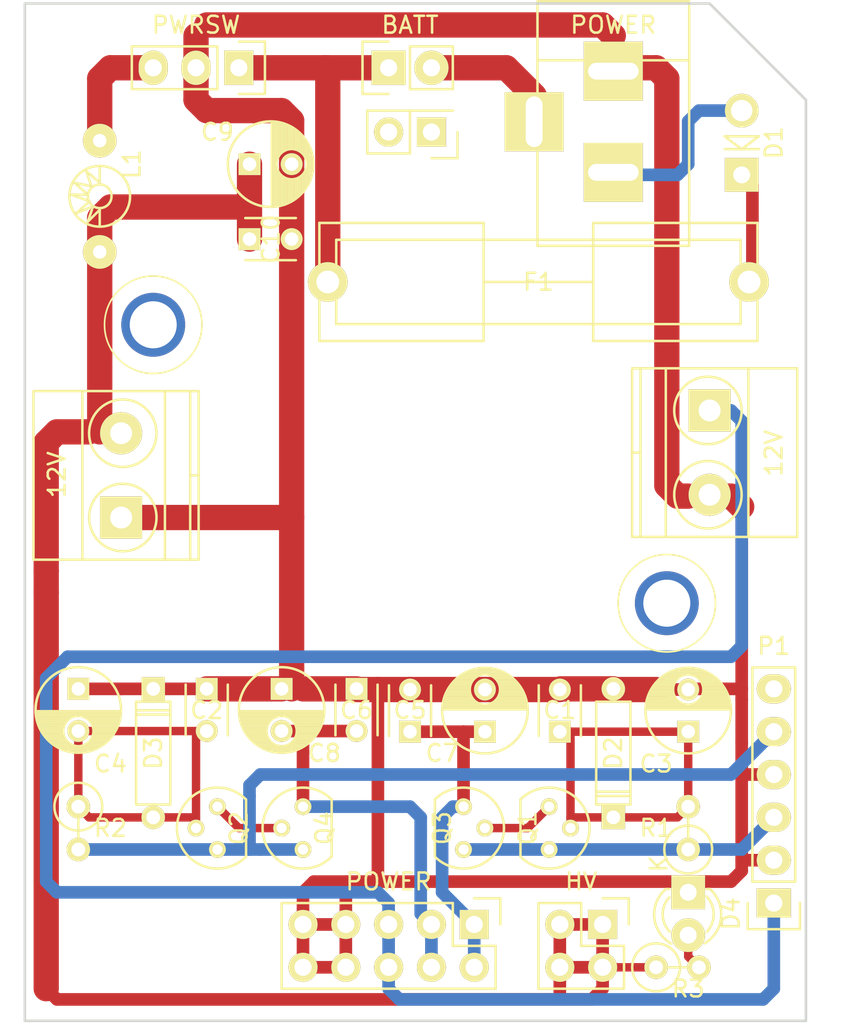
<source format=kicad_pcb>
(kicad_pcb (version 4) (host pcbnew 4.0.2+dfsg1-stable)

  (general
    (links 64)
    (no_connects 0)
    (area 12.855 11.655379 63.568096 72.73)
    (thickness 1.6)
    (drawings 5)
    (tracks 198)
    (zones 0)
    (modules 34)
    (nets 23)
  )

  (page A4)
  (layers
    (0 F.Cu signal)
    (31 B.Cu signal)
    (32 B.Adhes user)
    (33 F.Adhes user)
    (34 B.Paste user)
    (35 F.Paste user)
    (36 B.SilkS user)
    (37 F.SilkS user)
    (38 B.Mask user)
    (39 F.Mask user)
    (40 Dwgs.User user)
    (41 Cmts.User user)
    (42 Eco1.User user)
    (43 Eco2.User user)
    (44 Edge.Cuts user)
    (45 Margin user)
    (46 B.CrtYd user)
    (47 F.CrtYd user)
    (48 B.Fab user)
    (49 F.Fab user)
  )

  (setup
    (last_trace_width 1.5)
    (user_trace_width 0.375)
    (user_trace_width 0.5)
    (user_trace_width 0.75)
    (user_trace_width 1)
    (user_trace_width 1.5)
    (user_trace_width 2)
    (trace_clearance 0.2)
    (zone_clearance 0.508)
    (zone_45_only no)
    (trace_min 0.2)
    (segment_width 0.2)
    (edge_width 0.15)
    (via_size 0.6)
    (via_drill 0.4)
    (via_min_size 0.4)
    (via_min_drill 0.3)
    (uvia_size 0.3)
    (uvia_drill 0.1)
    (uvias_allowed no)
    (uvia_min_size 0.2)
    (uvia_min_drill 0.1)
    (pcb_text_width 0.3)
    (pcb_text_size 1.5 1.5)
    (mod_edge_width 0.15)
    (mod_text_size 1 1)
    (mod_text_width 0.15)
    (pad_size 2.3495 2.3495)
    (pad_drill 1.34874)
    (pad_to_mask_clearance 0.2)
    (aux_axis_origin 0 0)
    (visible_elements FFFFFF7F)
    (pcbplotparams
      (layerselection 0x010f0_80000001)
      (usegerberextensions false)
      (usegerberattributes true)
      (excludeedgelayer false)
      (linewidth 0.150000)
      (plotframeref false)
      (viasonmask false)
      (mode 1)
      (useauxorigin true)
      (hpglpennumber 1)
      (hpglpenspeed 20)
      (hpglpendiameter 15)
      (hpglpenoverlay 2)
      (psnegative false)
      (psa4output false)
      (plotreference true)
      (plotvalue true)
      (plotinvisibletext false)
      (padsonsilk false)
      (subtractmaskfromsilk false)
      (outputformat 1)
      (mirror false)
      (drillshape 0)
      (scaleselection 1)
      (outputdirectory /tmp/yatabaza/01-power/))
  )

  (net 0 "")
  (net 1 "Net-(C1-Pad1)")
  (net 2 GND)
  (net 3 "Net-(C2-Pad2)")
  (net 4 +9VA)
  (net 5 -9VA)
  (net 6 +12V)
  (net 7 "Net-(CON1-Pad1)")
  (net 8 "Net-(CON1-Pad3)")
  (net 9 "Net-(D1-Pad1)")
  (net 10 "Net-(F1-Pad2)")
  (net 11 "Net-(L1-Pad1)")
  (net 12 +5V)
  (net 13 "Net-(P1-Pad6)")
  (net 14 "Net-(P6-Pad1)")
  (net 15 "Net-(P6-Pad2)")
  (net 16 "Net-(Q1-Pad1)")
  (net 17 "Net-(Q2-Pad3)")
  (net 18 "Net-(P1-Pad3)")
  (net 19 "Net-(P1-Pad5)")
  (net 20 "Net-(P7-Pad1)")
  (net 21 "Net-(D4-Pad2)")
  (net 22 "Net-(P8-Pad1)")

  (net_class Default "This is the default net class."
    (clearance 0.2)
    (trace_width 0.25)
    (via_dia 0.6)
    (via_drill 0.4)
    (uvia_dia 0.3)
    (uvia_drill 0.1)
    (add_net +12V)
    (add_net +5V)
    (add_net +9VA)
    (add_net -9VA)
    (add_net GND)
    (add_net "Net-(C1-Pad1)")
    (add_net "Net-(C2-Pad2)")
    (add_net "Net-(CON1-Pad1)")
    (add_net "Net-(CON1-Pad3)")
    (add_net "Net-(D1-Pad1)")
    (add_net "Net-(D4-Pad2)")
    (add_net "Net-(F1-Pad2)")
    (add_net "Net-(L1-Pad1)")
    (add_net "Net-(P1-Pad3)")
    (add_net "Net-(P1-Pad5)")
    (add_net "Net-(P1-Pad6)")
    (add_net "Net-(P6-Pad1)")
    (add_net "Net-(P6-Pad2)")
    (add_net "Net-(P7-Pad1)")
    (add_net "Net-(P8-Pad1)")
    (add_net "Net-(Q1-Pad1)")
    (add_net "Net-(Q2-Pad3)")
  )

  (module Connect:BARREL_JACK (layer F.Cu) (tedit 5FCD0950) (tstamp 5FBAA9F0)
    (at 49.53 15.875 270)
    (descr "DC Barrel Jack")
    (tags "Power Jack")
    (path /5FBACAA7)
    (fp_text reference CON1 (at 3.175 0 360) (layer Dwgs.User) hide
      (effects (font (size 1 1) (thickness 0.15)))
    )
    (fp_text value POWER (at -2.54 0 360) (layer F.SilkS)
      (effects (font (size 1 1) (thickness 0.15)))
    )
    (fp_line (start -0.4445 -4.50088) (end -0.4445 4.50088) (layer F.SilkS) (width 0.15))
    (fp_line (start -3.94462 -4.50088) (end -3.94462 4.50088) (layer F.SilkS) (width 0.15))
    (fp_line (start -3.94462 4.50088) (end 10.55624 4.50088) (layer F.SilkS) (width 0.15))
    (fp_line (start 10.55624 4.50088) (end 10.55624 -4.50088) (layer F.SilkS) (width 0.15))
    (fp_line (start 10.55624 -4.50088) (end -3.94462 -4.50088) (layer F.SilkS) (width 0.15))
    (pad 1 thru_hole rect (at 6.20014 0 270) (size 3.50012 3.50012) (drill oval 1.00076 2.99974) (layers *.Cu *.Mask F.SilkS)
      (net 7 "Net-(CON1-Pad1)"))
    (pad 2 thru_hole rect (at 0.20066 0 270) (size 3.50012 3.50012) (drill oval 1.00076 2.99974) (layers *.Cu *.Mask F.SilkS)
      (net 2 GND))
    (pad 3 thru_hole rect (at 3.2004 4.699 270) (size 3.50012 3.50012) (drill oval 2.99974 1.00076) (layers *.Cu *.Mask F.SilkS)
      (net 8 "Net-(CON1-Pad3)"))
  )

  (module digikey-footprints:Test-Point-Pin_Drill2.79mm (layer F.Cu) (tedit 5FCAC496) (tstamp 5FBFF056)
    (at 52.705 47.625)
    (path /5FBFFFC8)
    (fp_text reference P8 (at 0 0) (layer Dwgs.User) hide
      (effects (font (size 1 1) (thickness 0.15)))
    )
    (fp_text value SCREW (at 0 0) (layer F.Fab)
      (effects (font (size 1 1) (thickness 0.15)))
    )
    (fp_text user %R (at 0 -0.01) (layer F.Fab)
      (effects (font (size 0.5 0.5) (thickness 0.05)))
    )
    (fp_circle (center 0 0) (end 3.04 0) (layer F.CrtYd) (width 0.05))
    (fp_circle (center 0 0) (end 2.89 -0.01) (layer F.SilkS) (width 0.1))
    (fp_circle (center 0 0) (end 2.79 0) (layer F.Fab) (width 0.1))
    (pad 1 thru_hole circle (at 0 0) (size 3.79 3.79) (drill 2.79) (layers *.Cu *.Mask)
      (net 22 "Net-(P8-Pad1)"))
  )

  (module Capacitors_ThroughHole:C_Disc_D3_P2.5 (layer F.Cu) (tedit 5FBB0557) (tstamp 5FBAA9B3)
    (at 46.355 55.245 90)
    (descr "Capacitor 3mm Disc, Pitch 2.5mm")
    (tags Capacitor)
    (path /5FBB3A4F)
    (fp_text reference C1 (at 1.27 0 180) (layer F.SilkS)
      (effects (font (size 1 1) (thickness 0.15)))
    )
    (fp_text value 100n (at 1.25 2.5 90) (layer F.Fab)
      (effects (font (size 1 1) (thickness 0.15)))
    )
    (fp_line (start -0.9 -1.5) (end 3.4 -1.5) (layer F.CrtYd) (width 0.05))
    (fp_line (start 3.4 -1.5) (end 3.4 1.5) (layer F.CrtYd) (width 0.05))
    (fp_line (start 3.4 1.5) (end -0.9 1.5) (layer F.CrtYd) (width 0.05))
    (fp_line (start -0.9 1.5) (end -0.9 -1.5) (layer F.CrtYd) (width 0.05))
    (fp_line (start -0.25 -1.25) (end 2.75 -1.25) (layer F.SilkS) (width 0.15))
    (fp_line (start 2.75 1.25) (end -0.25 1.25) (layer F.SilkS) (width 0.15))
    (pad 1 thru_hole rect (at 0 0 90) (size 1.3 1.3) (drill 0.8) (layers *.Cu *.Mask F.SilkS)
      (net 1 "Net-(C1-Pad1)"))
    (pad 2 thru_hole circle (at 2.5 0 90) (size 1.3 1.3) (drill 0.8001) (layers *.Cu *.Mask F.SilkS)
      (net 2 GND))
    (model Capacitors_ThroughHole.3dshapes/C_Disc_D3_P2.5.wrl
      (at (xyz 0.0492126 0 0))
      (scale (xyz 1 1 1))
      (rotate (xyz 0 0 0))
    )
  )

  (module Capacitors_ThroughHole:C_Disc_D3_P2.5 (layer F.Cu) (tedit 5FBB0739) (tstamp 5FBAA9B9)
    (at 25.4 52.705 270)
    (descr "Capacitor 3mm Disc, Pitch 2.5mm")
    (tags Capacitor)
    (path /5FBB6ADF)
    (fp_text reference C2 (at 1.27 0 360) (layer F.SilkS)
      (effects (font (size 1 1) (thickness 0.15)))
    )
    (fp_text value 100n (at 1.25 2.5 270) (layer F.Fab)
      (effects (font (size 1 1) (thickness 0.15)))
    )
    (fp_line (start -0.9 -1.5) (end 3.4 -1.5) (layer F.CrtYd) (width 0.05))
    (fp_line (start 3.4 -1.5) (end 3.4 1.5) (layer F.CrtYd) (width 0.05))
    (fp_line (start 3.4 1.5) (end -0.9 1.5) (layer F.CrtYd) (width 0.05))
    (fp_line (start -0.9 1.5) (end -0.9 -1.5) (layer F.CrtYd) (width 0.05))
    (fp_line (start -0.25 -1.25) (end 2.75 -1.25) (layer F.SilkS) (width 0.15))
    (fp_line (start 2.75 1.25) (end -0.25 1.25) (layer F.SilkS) (width 0.15))
    (pad 1 thru_hole rect (at 0 0 270) (size 1.3 1.3) (drill 0.8) (layers *.Cu *.Mask F.SilkS)
      (net 2 GND))
    (pad 2 thru_hole circle (at 2.5 0 270) (size 1.3 1.3) (drill 0.8001) (layers *.Cu *.Mask F.SilkS)
      (net 3 "Net-(C2-Pad2)"))
    (model Capacitors_ThroughHole.3dshapes/C_Disc_D3_P2.5.wrl
      (at (xyz 0.0492126 0 0))
      (scale (xyz 1 1 1))
      (rotate (xyz 0 0 0))
    )
  )

  (module Capacitors_ThroughHole:C_Radial_D5_L6_P2.5 (layer F.Cu) (tedit 5FBB058C) (tstamp 5FBAA9BF)
    (at 53.975 55.245 90)
    (descr "Radial Electrolytic Capacitor Diameter 5mm x Length 6mm, Pitch 2.5mm")
    (tags "Electrolytic Capacitor")
    (path /5FBB668C)
    (fp_text reference C3 (at -1.905 -1.905 180) (layer F.SilkS)
      (effects (font (size 1 1) (thickness 0.15)))
    )
    (fp_text value 100u (at 1.25 3.8 90) (layer F.Fab)
      (effects (font (size 1 1) (thickness 0.15)))
    )
    (fp_line (start 1.325 -2.499) (end 1.325 2.499) (layer F.SilkS) (width 0.15))
    (fp_line (start 1.465 -2.491) (end 1.465 2.491) (layer F.SilkS) (width 0.15))
    (fp_line (start 1.605 -2.475) (end 1.605 -0.095) (layer F.SilkS) (width 0.15))
    (fp_line (start 1.605 0.095) (end 1.605 2.475) (layer F.SilkS) (width 0.15))
    (fp_line (start 1.745 -2.451) (end 1.745 -0.49) (layer F.SilkS) (width 0.15))
    (fp_line (start 1.745 0.49) (end 1.745 2.451) (layer F.SilkS) (width 0.15))
    (fp_line (start 1.885 -2.418) (end 1.885 -0.657) (layer F.SilkS) (width 0.15))
    (fp_line (start 1.885 0.657) (end 1.885 2.418) (layer F.SilkS) (width 0.15))
    (fp_line (start 2.025 -2.377) (end 2.025 -0.764) (layer F.SilkS) (width 0.15))
    (fp_line (start 2.025 0.764) (end 2.025 2.377) (layer F.SilkS) (width 0.15))
    (fp_line (start 2.165 -2.327) (end 2.165 -0.835) (layer F.SilkS) (width 0.15))
    (fp_line (start 2.165 0.835) (end 2.165 2.327) (layer F.SilkS) (width 0.15))
    (fp_line (start 2.305 -2.266) (end 2.305 -0.879) (layer F.SilkS) (width 0.15))
    (fp_line (start 2.305 0.879) (end 2.305 2.266) (layer F.SilkS) (width 0.15))
    (fp_line (start 2.445 -2.196) (end 2.445 -0.898) (layer F.SilkS) (width 0.15))
    (fp_line (start 2.445 0.898) (end 2.445 2.196) (layer F.SilkS) (width 0.15))
    (fp_line (start 2.585 -2.114) (end 2.585 -0.896) (layer F.SilkS) (width 0.15))
    (fp_line (start 2.585 0.896) (end 2.585 2.114) (layer F.SilkS) (width 0.15))
    (fp_line (start 2.725 -2.019) (end 2.725 -0.871) (layer F.SilkS) (width 0.15))
    (fp_line (start 2.725 0.871) (end 2.725 2.019) (layer F.SilkS) (width 0.15))
    (fp_line (start 2.865 -1.908) (end 2.865 -0.823) (layer F.SilkS) (width 0.15))
    (fp_line (start 2.865 0.823) (end 2.865 1.908) (layer F.SilkS) (width 0.15))
    (fp_line (start 3.005 -1.78) (end 3.005 -0.745) (layer F.SilkS) (width 0.15))
    (fp_line (start 3.005 0.745) (end 3.005 1.78) (layer F.SilkS) (width 0.15))
    (fp_line (start 3.145 -1.631) (end 3.145 -0.628) (layer F.SilkS) (width 0.15))
    (fp_line (start 3.145 0.628) (end 3.145 1.631) (layer F.SilkS) (width 0.15))
    (fp_line (start 3.285 -1.452) (end 3.285 -0.44) (layer F.SilkS) (width 0.15))
    (fp_line (start 3.285 0.44) (end 3.285 1.452) (layer F.SilkS) (width 0.15))
    (fp_line (start 3.425 -1.233) (end 3.425 1.233) (layer F.SilkS) (width 0.15))
    (fp_line (start 3.565 -0.944) (end 3.565 0.944) (layer F.SilkS) (width 0.15))
    (fp_line (start 3.705 -0.472) (end 3.705 0.472) (layer F.SilkS) (width 0.15))
    (fp_circle (center 2.5 0) (end 2.5 -0.9) (layer F.SilkS) (width 0.15))
    (fp_circle (center 1.25 0) (end 1.25 -2.5375) (layer F.SilkS) (width 0.15))
    (fp_circle (center 1.25 0) (end 1.25 -2.8) (layer F.CrtYd) (width 0.05))
    (pad 1 thru_hole rect (at 0 0 90) (size 1.3 1.3) (drill 0.8) (layers *.Cu *.Mask F.SilkS)
      (net 1 "Net-(C1-Pad1)"))
    (pad 2 thru_hole circle (at 2.5 0 90) (size 1.3 1.3) (drill 0.8) (layers *.Cu *.Mask F.SilkS)
      (net 2 GND))
    (model Capacitors_ThroughHole.3dshapes/C_Radial_D5_L6_P2.5.wrl
      (at (xyz 0.0492126 0 0))
      (scale (xyz 1 1 1))
      (rotate (xyz 0 0 90))
    )
  )

  (module Capacitors_ThroughHole:C_Radial_D5_L6_P2.5 (layer F.Cu) (tedit 5FBB0770) (tstamp 5FBAA9C5)
    (at 17.78 52.705 270)
    (descr "Radial Electrolytic Capacitor Diameter 5mm x Length 6mm, Pitch 2.5mm")
    (tags "Electrolytic Capacitor")
    (path /5FBB6B55)
    (fp_text reference C4 (at 4.445 -1.905 360) (layer F.SilkS)
      (effects (font (size 1 1) (thickness 0.15)))
    )
    (fp_text value 100u (at 1.25 3.8 270) (layer F.Fab)
      (effects (font (size 1 1) (thickness 0.15)))
    )
    (fp_line (start 1.325 -2.499) (end 1.325 2.499) (layer F.SilkS) (width 0.15))
    (fp_line (start 1.465 -2.491) (end 1.465 2.491) (layer F.SilkS) (width 0.15))
    (fp_line (start 1.605 -2.475) (end 1.605 -0.095) (layer F.SilkS) (width 0.15))
    (fp_line (start 1.605 0.095) (end 1.605 2.475) (layer F.SilkS) (width 0.15))
    (fp_line (start 1.745 -2.451) (end 1.745 -0.49) (layer F.SilkS) (width 0.15))
    (fp_line (start 1.745 0.49) (end 1.745 2.451) (layer F.SilkS) (width 0.15))
    (fp_line (start 1.885 -2.418) (end 1.885 -0.657) (layer F.SilkS) (width 0.15))
    (fp_line (start 1.885 0.657) (end 1.885 2.418) (layer F.SilkS) (width 0.15))
    (fp_line (start 2.025 -2.377) (end 2.025 -0.764) (layer F.SilkS) (width 0.15))
    (fp_line (start 2.025 0.764) (end 2.025 2.377) (layer F.SilkS) (width 0.15))
    (fp_line (start 2.165 -2.327) (end 2.165 -0.835) (layer F.SilkS) (width 0.15))
    (fp_line (start 2.165 0.835) (end 2.165 2.327) (layer F.SilkS) (width 0.15))
    (fp_line (start 2.305 -2.266) (end 2.305 -0.879) (layer F.SilkS) (width 0.15))
    (fp_line (start 2.305 0.879) (end 2.305 2.266) (layer F.SilkS) (width 0.15))
    (fp_line (start 2.445 -2.196) (end 2.445 -0.898) (layer F.SilkS) (width 0.15))
    (fp_line (start 2.445 0.898) (end 2.445 2.196) (layer F.SilkS) (width 0.15))
    (fp_line (start 2.585 -2.114) (end 2.585 -0.896) (layer F.SilkS) (width 0.15))
    (fp_line (start 2.585 0.896) (end 2.585 2.114) (layer F.SilkS) (width 0.15))
    (fp_line (start 2.725 -2.019) (end 2.725 -0.871) (layer F.SilkS) (width 0.15))
    (fp_line (start 2.725 0.871) (end 2.725 2.019) (layer F.SilkS) (width 0.15))
    (fp_line (start 2.865 -1.908) (end 2.865 -0.823) (layer F.SilkS) (width 0.15))
    (fp_line (start 2.865 0.823) (end 2.865 1.908) (layer F.SilkS) (width 0.15))
    (fp_line (start 3.005 -1.78) (end 3.005 -0.745) (layer F.SilkS) (width 0.15))
    (fp_line (start 3.005 0.745) (end 3.005 1.78) (layer F.SilkS) (width 0.15))
    (fp_line (start 3.145 -1.631) (end 3.145 -0.628) (layer F.SilkS) (width 0.15))
    (fp_line (start 3.145 0.628) (end 3.145 1.631) (layer F.SilkS) (width 0.15))
    (fp_line (start 3.285 -1.452) (end 3.285 -0.44) (layer F.SilkS) (width 0.15))
    (fp_line (start 3.285 0.44) (end 3.285 1.452) (layer F.SilkS) (width 0.15))
    (fp_line (start 3.425 -1.233) (end 3.425 1.233) (layer F.SilkS) (width 0.15))
    (fp_line (start 3.565 -0.944) (end 3.565 0.944) (layer F.SilkS) (width 0.15))
    (fp_line (start 3.705 -0.472) (end 3.705 0.472) (layer F.SilkS) (width 0.15))
    (fp_circle (center 2.5 0) (end 2.5 -0.9) (layer F.SilkS) (width 0.15))
    (fp_circle (center 1.25 0) (end 1.25 -2.5375) (layer F.SilkS) (width 0.15))
    (fp_circle (center 1.25 0) (end 1.25 -2.8) (layer F.CrtYd) (width 0.05))
    (pad 1 thru_hole rect (at 0 0 270) (size 1.3 1.3) (drill 0.8) (layers *.Cu *.Mask F.SilkS)
      (net 2 GND))
    (pad 2 thru_hole circle (at 2.5 0 270) (size 1.3 1.3) (drill 0.8) (layers *.Cu *.Mask F.SilkS)
      (net 3 "Net-(C2-Pad2)"))
    (model Capacitors_ThroughHole.3dshapes/C_Radial_D5_L6_P2.5.wrl
      (at (xyz 0.0492126 0 0))
      (scale (xyz 1 1 1))
      (rotate (xyz 0 0 90))
    )
  )

  (module Capacitors_ThroughHole:C_Disc_D3_P2.5 (layer F.Cu) (tedit 5FBB069D) (tstamp 5FBAA9CB)
    (at 37.465 55.245 90)
    (descr "Capacitor 3mm Disc, Pitch 2.5mm")
    (tags Capacitor)
    (path /5FBB67D4)
    (fp_text reference C5 (at 1.27 0 180) (layer F.SilkS)
      (effects (font (size 1 1) (thickness 0.15)))
    )
    (fp_text value 100n (at 1.25 2.5 90) (layer F.Fab)
      (effects (font (size 1 1) (thickness 0.15)))
    )
    (fp_line (start -0.9 -1.5) (end 3.4 -1.5) (layer F.CrtYd) (width 0.05))
    (fp_line (start 3.4 -1.5) (end 3.4 1.5) (layer F.CrtYd) (width 0.05))
    (fp_line (start 3.4 1.5) (end -0.9 1.5) (layer F.CrtYd) (width 0.05))
    (fp_line (start -0.9 1.5) (end -0.9 -1.5) (layer F.CrtYd) (width 0.05))
    (fp_line (start -0.25 -1.25) (end 2.75 -1.25) (layer F.SilkS) (width 0.15))
    (fp_line (start 2.75 1.25) (end -0.25 1.25) (layer F.SilkS) (width 0.15))
    (pad 1 thru_hole rect (at 0 0 90) (size 1.3 1.3) (drill 0.8) (layers *.Cu *.Mask F.SilkS)
      (net 4 +9VA))
    (pad 2 thru_hole circle (at 2.5 0 90) (size 1.3 1.3) (drill 0.8001) (layers *.Cu *.Mask F.SilkS)
      (net 2 GND))
    (model Capacitors_ThroughHole.3dshapes/C_Disc_D3_P2.5.wrl
      (at (xyz 0.0492126 0 0))
      (scale (xyz 1 1 1))
      (rotate (xyz 0 0 0))
    )
  )

  (module Capacitors_ThroughHole:C_Disc_D3_P2.5 (layer F.Cu) (tedit 5FBB0789) (tstamp 5FBAA9D1)
    (at 34.29 52.705 270)
    (descr "Capacitor 3mm Disc, Pitch 2.5mm")
    (tags Capacitor)
    (path /5FBB6C5E)
    (fp_text reference C6 (at 1.27 0 360) (layer F.SilkS)
      (effects (font (size 1 1) (thickness 0.15)))
    )
    (fp_text value 100n (at 1.25 2.5 270) (layer F.Fab)
      (effects (font (size 1 1) (thickness 0.15)))
    )
    (fp_line (start -0.9 -1.5) (end 3.4 -1.5) (layer F.CrtYd) (width 0.05))
    (fp_line (start 3.4 -1.5) (end 3.4 1.5) (layer F.CrtYd) (width 0.05))
    (fp_line (start 3.4 1.5) (end -0.9 1.5) (layer F.CrtYd) (width 0.05))
    (fp_line (start -0.9 1.5) (end -0.9 -1.5) (layer F.CrtYd) (width 0.05))
    (fp_line (start -0.25 -1.25) (end 2.75 -1.25) (layer F.SilkS) (width 0.15))
    (fp_line (start 2.75 1.25) (end -0.25 1.25) (layer F.SilkS) (width 0.15))
    (pad 1 thru_hole rect (at 0 0 270) (size 1.3 1.3) (drill 0.8) (layers *.Cu *.Mask F.SilkS)
      (net 2 GND))
    (pad 2 thru_hole circle (at 2.5 0 270) (size 1.3 1.3) (drill 0.8001) (layers *.Cu *.Mask F.SilkS)
      (net 5 -9VA))
    (model Capacitors_ThroughHole.3dshapes/C_Disc_D3_P2.5.wrl
      (at (xyz 0.0492126 0 0))
      (scale (xyz 1 1 1))
      (rotate (xyz 0 0 0))
    )
  )

  (module Capacitors_ThroughHole:C_Radial_D5_L6_P2.5 (layer F.Cu) (tedit 5FBB0682) (tstamp 5FBAA9D7)
    (at 41.91 55.245 90)
    (descr "Radial Electrolytic Capacitor Diameter 5mm x Length 6mm, Pitch 2.5mm")
    (tags "Electrolytic Capacitor")
    (path /5FBB6A30)
    (fp_text reference C7 (at -1.27 -2.54 180) (layer F.SilkS)
      (effects (font (size 1 1) (thickness 0.15)))
    )
    (fp_text value 100u (at 1.25 3.8 90) (layer F.Fab)
      (effects (font (size 1 1) (thickness 0.15)))
    )
    (fp_line (start 1.325 -2.499) (end 1.325 2.499) (layer F.SilkS) (width 0.15))
    (fp_line (start 1.465 -2.491) (end 1.465 2.491) (layer F.SilkS) (width 0.15))
    (fp_line (start 1.605 -2.475) (end 1.605 -0.095) (layer F.SilkS) (width 0.15))
    (fp_line (start 1.605 0.095) (end 1.605 2.475) (layer F.SilkS) (width 0.15))
    (fp_line (start 1.745 -2.451) (end 1.745 -0.49) (layer F.SilkS) (width 0.15))
    (fp_line (start 1.745 0.49) (end 1.745 2.451) (layer F.SilkS) (width 0.15))
    (fp_line (start 1.885 -2.418) (end 1.885 -0.657) (layer F.SilkS) (width 0.15))
    (fp_line (start 1.885 0.657) (end 1.885 2.418) (layer F.SilkS) (width 0.15))
    (fp_line (start 2.025 -2.377) (end 2.025 -0.764) (layer F.SilkS) (width 0.15))
    (fp_line (start 2.025 0.764) (end 2.025 2.377) (layer F.SilkS) (width 0.15))
    (fp_line (start 2.165 -2.327) (end 2.165 -0.835) (layer F.SilkS) (width 0.15))
    (fp_line (start 2.165 0.835) (end 2.165 2.327) (layer F.SilkS) (width 0.15))
    (fp_line (start 2.305 -2.266) (end 2.305 -0.879) (layer F.SilkS) (width 0.15))
    (fp_line (start 2.305 0.879) (end 2.305 2.266) (layer F.SilkS) (width 0.15))
    (fp_line (start 2.445 -2.196) (end 2.445 -0.898) (layer F.SilkS) (width 0.15))
    (fp_line (start 2.445 0.898) (end 2.445 2.196) (layer F.SilkS) (width 0.15))
    (fp_line (start 2.585 -2.114) (end 2.585 -0.896) (layer F.SilkS) (width 0.15))
    (fp_line (start 2.585 0.896) (end 2.585 2.114) (layer F.SilkS) (width 0.15))
    (fp_line (start 2.725 -2.019) (end 2.725 -0.871) (layer F.SilkS) (width 0.15))
    (fp_line (start 2.725 0.871) (end 2.725 2.019) (layer F.SilkS) (width 0.15))
    (fp_line (start 2.865 -1.908) (end 2.865 -0.823) (layer F.SilkS) (width 0.15))
    (fp_line (start 2.865 0.823) (end 2.865 1.908) (layer F.SilkS) (width 0.15))
    (fp_line (start 3.005 -1.78) (end 3.005 -0.745) (layer F.SilkS) (width 0.15))
    (fp_line (start 3.005 0.745) (end 3.005 1.78) (layer F.SilkS) (width 0.15))
    (fp_line (start 3.145 -1.631) (end 3.145 -0.628) (layer F.SilkS) (width 0.15))
    (fp_line (start 3.145 0.628) (end 3.145 1.631) (layer F.SilkS) (width 0.15))
    (fp_line (start 3.285 -1.452) (end 3.285 -0.44) (layer F.SilkS) (width 0.15))
    (fp_line (start 3.285 0.44) (end 3.285 1.452) (layer F.SilkS) (width 0.15))
    (fp_line (start 3.425 -1.233) (end 3.425 1.233) (layer F.SilkS) (width 0.15))
    (fp_line (start 3.565 -0.944) (end 3.565 0.944) (layer F.SilkS) (width 0.15))
    (fp_line (start 3.705 -0.472) (end 3.705 0.472) (layer F.SilkS) (width 0.15))
    (fp_circle (center 2.5 0) (end 2.5 -0.9) (layer F.SilkS) (width 0.15))
    (fp_circle (center 1.25 0) (end 1.25 -2.5375) (layer F.SilkS) (width 0.15))
    (fp_circle (center 1.25 0) (end 1.25 -2.8) (layer F.CrtYd) (width 0.05))
    (pad 1 thru_hole rect (at 0 0 90) (size 1.3 1.3) (drill 0.8) (layers *.Cu *.Mask F.SilkS)
      (net 4 +9VA))
    (pad 2 thru_hole circle (at 2.5 0 90) (size 1.3 1.3) (drill 0.8) (layers *.Cu *.Mask F.SilkS)
      (net 2 GND))
    (model Capacitors_ThroughHole.3dshapes/C_Radial_D5_L6_P2.5.wrl
      (at (xyz 0.0492126 0 0))
      (scale (xyz 1 1 1))
      (rotate (xyz 0 0 90))
    )
  )

  (module Capacitors_ThroughHole:C_Radial_D5_L6_P2.5 (layer F.Cu) (tedit 5FBB0778) (tstamp 5FBAA9DD)
    (at 29.845 52.705 270)
    (descr "Radial Electrolytic Capacitor Diameter 5mm x Length 6mm, Pitch 2.5mm")
    (tags "Electrolytic Capacitor")
    (path /5FBB6D03)
    (fp_text reference C8 (at 3.81 -2.54 360) (layer F.SilkS)
      (effects (font (size 1 1) (thickness 0.15)))
    )
    (fp_text value 100u (at 1.25 3.8 270) (layer F.Fab)
      (effects (font (size 1 1) (thickness 0.15)))
    )
    (fp_line (start 1.325 -2.499) (end 1.325 2.499) (layer F.SilkS) (width 0.15))
    (fp_line (start 1.465 -2.491) (end 1.465 2.491) (layer F.SilkS) (width 0.15))
    (fp_line (start 1.605 -2.475) (end 1.605 -0.095) (layer F.SilkS) (width 0.15))
    (fp_line (start 1.605 0.095) (end 1.605 2.475) (layer F.SilkS) (width 0.15))
    (fp_line (start 1.745 -2.451) (end 1.745 -0.49) (layer F.SilkS) (width 0.15))
    (fp_line (start 1.745 0.49) (end 1.745 2.451) (layer F.SilkS) (width 0.15))
    (fp_line (start 1.885 -2.418) (end 1.885 -0.657) (layer F.SilkS) (width 0.15))
    (fp_line (start 1.885 0.657) (end 1.885 2.418) (layer F.SilkS) (width 0.15))
    (fp_line (start 2.025 -2.377) (end 2.025 -0.764) (layer F.SilkS) (width 0.15))
    (fp_line (start 2.025 0.764) (end 2.025 2.377) (layer F.SilkS) (width 0.15))
    (fp_line (start 2.165 -2.327) (end 2.165 -0.835) (layer F.SilkS) (width 0.15))
    (fp_line (start 2.165 0.835) (end 2.165 2.327) (layer F.SilkS) (width 0.15))
    (fp_line (start 2.305 -2.266) (end 2.305 -0.879) (layer F.SilkS) (width 0.15))
    (fp_line (start 2.305 0.879) (end 2.305 2.266) (layer F.SilkS) (width 0.15))
    (fp_line (start 2.445 -2.196) (end 2.445 -0.898) (layer F.SilkS) (width 0.15))
    (fp_line (start 2.445 0.898) (end 2.445 2.196) (layer F.SilkS) (width 0.15))
    (fp_line (start 2.585 -2.114) (end 2.585 -0.896) (layer F.SilkS) (width 0.15))
    (fp_line (start 2.585 0.896) (end 2.585 2.114) (layer F.SilkS) (width 0.15))
    (fp_line (start 2.725 -2.019) (end 2.725 -0.871) (layer F.SilkS) (width 0.15))
    (fp_line (start 2.725 0.871) (end 2.725 2.019) (layer F.SilkS) (width 0.15))
    (fp_line (start 2.865 -1.908) (end 2.865 -0.823) (layer F.SilkS) (width 0.15))
    (fp_line (start 2.865 0.823) (end 2.865 1.908) (layer F.SilkS) (width 0.15))
    (fp_line (start 3.005 -1.78) (end 3.005 -0.745) (layer F.SilkS) (width 0.15))
    (fp_line (start 3.005 0.745) (end 3.005 1.78) (layer F.SilkS) (width 0.15))
    (fp_line (start 3.145 -1.631) (end 3.145 -0.628) (layer F.SilkS) (width 0.15))
    (fp_line (start 3.145 0.628) (end 3.145 1.631) (layer F.SilkS) (width 0.15))
    (fp_line (start 3.285 -1.452) (end 3.285 -0.44) (layer F.SilkS) (width 0.15))
    (fp_line (start 3.285 0.44) (end 3.285 1.452) (layer F.SilkS) (width 0.15))
    (fp_line (start 3.425 -1.233) (end 3.425 1.233) (layer F.SilkS) (width 0.15))
    (fp_line (start 3.565 -0.944) (end 3.565 0.944) (layer F.SilkS) (width 0.15))
    (fp_line (start 3.705 -0.472) (end 3.705 0.472) (layer F.SilkS) (width 0.15))
    (fp_circle (center 2.5 0) (end 2.5 -0.9) (layer F.SilkS) (width 0.15))
    (fp_circle (center 1.25 0) (end 1.25 -2.5375) (layer F.SilkS) (width 0.15))
    (fp_circle (center 1.25 0) (end 1.25 -2.8) (layer F.CrtYd) (width 0.05))
    (pad 1 thru_hole rect (at 0 0 270) (size 1.3 1.3) (drill 0.8) (layers *.Cu *.Mask F.SilkS)
      (net 2 GND))
    (pad 2 thru_hole circle (at 2.5 0 270) (size 1.3 1.3) (drill 0.8) (layers *.Cu *.Mask F.SilkS)
      (net 5 -9VA))
    (model Capacitors_ThroughHole.3dshapes/C_Radial_D5_L6_P2.5.wrl
      (at (xyz 0.0492126 0 0))
      (scale (xyz 1 1 1))
      (rotate (xyz 0 0 90))
    )
  )

  (module Discret:D3 (layer F.Cu) (tedit 0) (tstamp 5FBAA9FC)
    (at 49.53 56.515 270)
    (descr "Diode 3 pas")
    (tags "DIODE DEV")
    (path /5FBB3EA1)
    (fp_text reference D2 (at 0 0 270) (layer F.SilkS)
      (effects (font (size 1 1) (thickness 0.15)))
    )
    (fp_text value 12V (at 0 0 270) (layer F.Fab)
      (effects (font (size 1 1) (thickness 0.15)))
    )
    (fp_line (start 3.81 0) (end 3.048 0) (layer F.SilkS) (width 0.15))
    (fp_line (start 3.048 0) (end 3.048 -1.016) (layer F.SilkS) (width 0.15))
    (fp_line (start 3.048 -1.016) (end -3.048 -1.016) (layer F.SilkS) (width 0.15))
    (fp_line (start -3.048 -1.016) (end -3.048 0) (layer F.SilkS) (width 0.15))
    (fp_line (start -3.048 0) (end -3.81 0) (layer F.SilkS) (width 0.15))
    (fp_line (start -3.048 0) (end -3.048 1.016) (layer F.SilkS) (width 0.15))
    (fp_line (start -3.048 1.016) (end 3.048 1.016) (layer F.SilkS) (width 0.15))
    (fp_line (start 3.048 1.016) (end 3.048 0) (layer F.SilkS) (width 0.15))
    (fp_line (start 2.54 -1.016) (end 2.54 1.016) (layer F.SilkS) (width 0.15))
    (fp_line (start 2.286 1.016) (end 2.286 -1.016) (layer F.SilkS) (width 0.15))
    (pad 1 thru_hole rect (at 3.81 0 270) (size 1.397 1.397) (drill 0.8128) (layers *.Cu *.Mask F.SilkS)
      (net 1 "Net-(C1-Pad1)"))
    (pad 2 thru_hole circle (at -3.81 0 270) (size 1.397 1.397) (drill 0.8128) (layers *.Cu *.Mask F.SilkS)
      (net 2 GND))
    (model Discret.3dshapes/D3.wrl
      (at (xyz 0 0 0))
      (scale (xyz 0.3 0.3 0.3))
      (rotate (xyz 0 0 0))
    )
  )

  (module Discret:D3 (layer F.Cu) (tedit 0) (tstamp 5FBAAA02)
    (at 22.225 56.515 90)
    (descr "Diode 3 pas")
    (tags "DIODE DEV")
    (path /5FBB6BCE)
    (fp_text reference D3 (at 0 0 90) (layer F.SilkS)
      (effects (font (size 1 1) (thickness 0.15)))
    )
    (fp_text value 12V (at 0 0 90) (layer F.Fab)
      (effects (font (size 1 1) (thickness 0.15)))
    )
    (fp_line (start 3.81 0) (end 3.048 0) (layer F.SilkS) (width 0.15))
    (fp_line (start 3.048 0) (end 3.048 -1.016) (layer F.SilkS) (width 0.15))
    (fp_line (start 3.048 -1.016) (end -3.048 -1.016) (layer F.SilkS) (width 0.15))
    (fp_line (start -3.048 -1.016) (end -3.048 0) (layer F.SilkS) (width 0.15))
    (fp_line (start -3.048 0) (end -3.81 0) (layer F.SilkS) (width 0.15))
    (fp_line (start -3.048 0) (end -3.048 1.016) (layer F.SilkS) (width 0.15))
    (fp_line (start -3.048 1.016) (end 3.048 1.016) (layer F.SilkS) (width 0.15))
    (fp_line (start 3.048 1.016) (end 3.048 0) (layer F.SilkS) (width 0.15))
    (fp_line (start 2.54 -1.016) (end 2.54 1.016) (layer F.SilkS) (width 0.15))
    (fp_line (start 2.286 1.016) (end 2.286 -1.016) (layer F.SilkS) (width 0.15))
    (pad 1 thru_hole rect (at 3.81 0 90) (size 1.397 1.397) (drill 0.8128) (layers *.Cu *.Mask F.SilkS)
      (net 2 GND))
    (pad 2 thru_hole circle (at -3.81 0 90) (size 1.397 1.397) (drill 0.8128) (layers *.Cu *.Mask F.SilkS)
      (net 3 "Net-(C2-Pad2)"))
    (model Discret.3dshapes/D3.wrl
      (at (xyz 0 0 0))
      (scale (xyz 0.3 0.3 0.3))
      (rotate (xyz 0 0 0))
    )
  )

  (module Pin_Headers:Pin_Header_Straight_1x06 (layer F.Cu) (tedit 5FBAABAC) (tstamp 5FBAAA2C)
    (at 59.055 65.405 180)
    (descr "Through hole pin header")
    (tags "pin header")
    (path /5FBB1D59)
    (fp_text reference P1 (at 0 15.24 180) (layer F.SilkS)
      (effects (font (size 1 1) (thickness 0.15)))
    )
    (fp_text value DCDC_DUAL (at 0 -3.1 180) (layer F.Fab)
      (effects (font (size 1 1) (thickness 0.15)))
    )
    (fp_line (start -1.75 -1.75) (end -1.75 14.45) (layer F.CrtYd) (width 0.05))
    (fp_line (start 1.75 -1.75) (end 1.75 14.45) (layer F.CrtYd) (width 0.05))
    (fp_line (start -1.75 -1.75) (end 1.75 -1.75) (layer F.CrtYd) (width 0.05))
    (fp_line (start -1.75 14.45) (end 1.75 14.45) (layer F.CrtYd) (width 0.05))
    (fp_line (start 1.27 1.27) (end 1.27 13.97) (layer F.SilkS) (width 0.15))
    (fp_line (start 1.27 13.97) (end -1.27 13.97) (layer F.SilkS) (width 0.15))
    (fp_line (start -1.27 13.97) (end -1.27 1.27) (layer F.SilkS) (width 0.15))
    (fp_line (start 1.55 -1.55) (end 1.55 0) (layer F.SilkS) (width 0.15))
    (fp_line (start 1.27 1.27) (end -1.27 1.27) (layer F.SilkS) (width 0.15))
    (fp_line (start -1.55 0) (end -1.55 -1.55) (layer F.SilkS) (width 0.15))
    (fp_line (start -1.55 -1.55) (end 1.55 -1.55) (layer F.SilkS) (width 0.15))
    (pad 1 thru_hole rect (at 0 0 180) (size 2.032 1.7272) (drill 1.016) (layers *.Cu *.Mask F.SilkS)
      (net 12 +5V))
    (pad 2 thru_hole oval (at 0 2.54 180) (size 2.032 1.7272) (drill 1.016) (layers *.Cu *.Mask F.SilkS)
      (net 2 GND))
    (pad 3 thru_hole oval (at 0 5.08 180) (size 2.032 1.7272) (drill 1.016) (layers *.Cu *.Mask F.SilkS)
      (net 18 "Net-(P1-Pad3)"))
    (pad 4 thru_hole oval (at 0 7.62 180) (size 2.032 1.7272) (drill 1.016) (layers *.Cu *.Mask F.SilkS)
      (net 2 GND))
    (pad 5 thru_hole oval (at 0 10.16 180) (size 2.032 1.7272) (drill 1.016) (layers *.Cu *.Mask F.SilkS)
      (net 19 "Net-(P1-Pad5)"))
    (pad 6 thru_hole oval (at 0 12.7 180) (size 2.032 1.7272) (drill 1.016) (layers *.Cu *.Mask F.SilkS)
      (net 13 "Net-(P1-Pad6)"))
    (model Pin_Headers.3dshapes/Pin_Header_Straight_1x06.wrl
      (at (xyz 0 -0.25 0))
      (scale (xyz 1 1 1))
      (rotate (xyz 0 0 90))
    )
  )

  (module Pin_Headers:Pin_Header_Straight_1x02 (layer F.Cu) (tedit 5FCB9864) (tstamp 5FBAAA32)
    (at 36.195 15.875 90)
    (descr "Through hole pin header")
    (tags "pin header")
    (path /5FBAD364)
    (fp_text reference P2 (at 1.905 2.54 180) (layer Dwgs.User) hide
      (effects (font (size 1 1) (thickness 0.15)))
    )
    (fp_text value BATT (at 2.54 1.27 180) (layer F.SilkS)
      (effects (font (size 1 1) (thickness 0.15)))
    )
    (fp_line (start 1.27 1.27) (end 1.27 3.81) (layer F.SilkS) (width 0.15))
    (fp_line (start 1.55 -1.55) (end 1.55 0) (layer F.SilkS) (width 0.15))
    (fp_line (start -1.75 -1.75) (end -1.75 4.3) (layer F.CrtYd) (width 0.05))
    (fp_line (start 1.75 -1.75) (end 1.75 4.3) (layer F.CrtYd) (width 0.05))
    (fp_line (start -1.75 -1.75) (end 1.75 -1.75) (layer F.CrtYd) (width 0.05))
    (fp_line (start -1.75 4.3) (end 1.75 4.3) (layer F.CrtYd) (width 0.05))
    (fp_line (start 1.27 1.27) (end -1.27 1.27) (layer F.SilkS) (width 0.15))
    (fp_line (start -1.55 0) (end -1.55 -1.55) (layer F.SilkS) (width 0.15))
    (fp_line (start -1.55 -1.55) (end 1.55 -1.55) (layer F.SilkS) (width 0.15))
    (fp_line (start -1.27 1.27) (end -1.27 3.81) (layer F.SilkS) (width 0.15))
    (fp_line (start -1.27 3.81) (end 1.27 3.81) (layer F.SilkS) (width 0.15))
    (pad 1 thru_hole rect (at 0 0 90) (size 2.032 2.032) (drill 1.016) (layers *.Cu *.Mask F.SilkS)
      (net 10 "Net-(F1-Pad2)"))
    (pad 2 thru_hole oval (at 0 2.54 90) (size 2.032 2.032) (drill 1.016) (layers *.Cu *.Mask F.SilkS)
      (net 8 "Net-(CON1-Pad3)"))
    (model Pin_Headers.3dshapes/Pin_Header_Straight_1x02.wrl
      (at (xyz 0 -0.05 0))
      (scale (xyz 1 1 1))
      (rotate (xyz 0 0 90))
    )
  )

  (module Pin_Headers:Pin_Header_Straight_1x03 (layer F.Cu) (tedit 5FCB981A) (tstamp 5FBAAA39)
    (at 27.305 15.875 270)
    (descr "Through hole pin header")
    (tags "pin header")
    (path /5FBD3B39)
    (fp_text reference P3 (at 1.905 2.54 360) (layer Dwgs.User) hide
      (effects (font (size 1 1) (thickness 0.15)))
    )
    (fp_text value PWRSW (at -2.54 2.54 360) (layer F.SilkS)
      (effects (font (size 1 1) (thickness 0.15)))
    )
    (fp_line (start -1.75 -1.75) (end -1.75 6.85) (layer F.CrtYd) (width 0.05))
    (fp_line (start 1.75 -1.75) (end 1.75 6.85) (layer F.CrtYd) (width 0.05))
    (fp_line (start -1.75 -1.75) (end 1.75 -1.75) (layer F.CrtYd) (width 0.05))
    (fp_line (start -1.75 6.85) (end 1.75 6.85) (layer F.CrtYd) (width 0.05))
    (fp_line (start -1.27 1.27) (end -1.27 6.35) (layer F.SilkS) (width 0.15))
    (fp_line (start -1.27 6.35) (end 1.27 6.35) (layer F.SilkS) (width 0.15))
    (fp_line (start 1.27 6.35) (end 1.27 1.27) (layer F.SilkS) (width 0.15))
    (fp_line (start 1.55 -1.55) (end 1.55 0) (layer F.SilkS) (width 0.15))
    (fp_line (start 1.27 1.27) (end -1.27 1.27) (layer F.SilkS) (width 0.15))
    (fp_line (start -1.55 0) (end -1.55 -1.55) (layer F.SilkS) (width 0.15))
    (fp_line (start -1.55 -1.55) (end 1.55 -1.55) (layer F.SilkS) (width 0.15))
    (pad 1 thru_hole rect (at 0 0 270) (size 2.032 1.7272) (drill 1.016) (layers *.Cu *.Mask F.SilkS)
      (net 10 "Net-(F1-Pad2)"))
    (pad 2 thru_hole oval (at 0 2.54 270) (size 2.032 1.7272) (drill 1.016) (layers *.Cu *.Mask F.SilkS)
      (net 2 GND))
    (pad 3 thru_hole oval (at 0 5.08 270) (size 2.032 1.7272) (drill 1.016) (layers *.Cu *.Mask F.SilkS)
      (net 11 "Net-(L1-Pad1)"))
    (model Pin_Headers.3dshapes/Pin_Header_Straight_1x03.wrl
      (at (xyz 0 -0.1 0))
      (scale (xyz 1 1 1))
      (rotate (xyz 0 0 90))
    )
  )

  (module Pin_Headers:Pin_Header_Straight_2x05 (layer F.Cu) (tedit 5FCAC45D) (tstamp 5FBAAA47)
    (at 41.275 66.675 270)
    (descr "Through hole pin header")
    (tags "pin header")
    (path /5FBAC926)
    (fp_text reference P4 (at -2.54 -0.635 360) (layer Dwgs.User) hide
      (effects (font (size 1 1) (thickness 0.15)))
    )
    (fp_text value POWER (at -2.54 5.08 360) (layer F.SilkS)
      (effects (font (size 1 1) (thickness 0.15)))
    )
    (fp_line (start -1.75 -1.75) (end -1.75 11.95) (layer F.CrtYd) (width 0.05))
    (fp_line (start 4.3 -1.75) (end 4.3 11.95) (layer F.CrtYd) (width 0.05))
    (fp_line (start -1.75 -1.75) (end 4.3 -1.75) (layer F.CrtYd) (width 0.05))
    (fp_line (start -1.75 11.95) (end 4.3 11.95) (layer F.CrtYd) (width 0.05))
    (fp_line (start 3.81 -1.27) (end 3.81 11.43) (layer F.SilkS) (width 0.15))
    (fp_line (start 3.81 11.43) (end -1.27 11.43) (layer F.SilkS) (width 0.15))
    (fp_line (start -1.27 11.43) (end -1.27 1.27) (layer F.SilkS) (width 0.15))
    (fp_line (start 3.81 -1.27) (end 1.27 -1.27) (layer F.SilkS) (width 0.15))
    (fp_line (start 0 -1.55) (end -1.55 -1.55) (layer F.SilkS) (width 0.15))
    (fp_line (start 1.27 -1.27) (end 1.27 1.27) (layer F.SilkS) (width 0.15))
    (fp_line (start 1.27 1.27) (end -1.27 1.27) (layer F.SilkS) (width 0.15))
    (fp_line (start -1.55 -1.55) (end -1.55 0) (layer F.SilkS) (width 0.15))
    (pad 1 thru_hole rect (at 0 0 270) (size 1.7272 1.7272) (drill 1.016) (layers *.Cu *.Mask F.SilkS)
      (net 4 +9VA))
    (pad 2 thru_hole oval (at 2.54 0 270) (size 1.7272 1.7272) (drill 1.016) (layers *.Cu *.Mask F.SilkS)
      (net 4 +9VA))
    (pad 3 thru_hole oval (at 0 2.54 270) (size 1.7272 1.7272) (drill 1.016) (layers *.Cu *.Mask F.SilkS)
      (net 5 -9VA))
    (pad 4 thru_hole oval (at 2.54 2.54 270) (size 1.7272 1.7272) (drill 1.016) (layers *.Cu *.Mask F.SilkS)
      (net 5 -9VA))
    (pad 5 thru_hole oval (at 0 5.08 270) (size 1.7272 1.7272) (drill 1.016) (layers *.Cu *.Mask F.SilkS)
      (net 12 +5V))
    (pad 6 thru_hole oval (at 2.54 5.08 270) (size 1.7272 1.7272) (drill 1.016) (layers *.Cu *.Mask F.SilkS)
      (net 12 +5V))
    (pad 7 thru_hole oval (at 0 7.62 270) (size 1.7272 1.7272) (drill 1.016) (layers *.Cu *.Mask F.SilkS)
      (net 2 GND))
    (pad 8 thru_hole oval (at 2.54 7.62 270) (size 1.7272 1.7272) (drill 1.016) (layers *.Cu *.Mask F.SilkS)
      (net 2 GND))
    (pad 9 thru_hole oval (at 0 10.16 270) (size 1.7272 1.7272) (drill 1.016) (layers *.Cu *.Mask F.SilkS)
      (net 2 GND))
    (pad 10 thru_hole oval (at 2.54 10.16 270) (size 1.7272 1.7272) (drill 1.016) (layers *.Cu *.Mask F.SilkS)
      (net 2 GND))
    (model Pin_Headers.3dshapes/Pin_Header_Straight_2x05.wrl
      (at (xyz 0.05 -0.2 0))
      (scale (xyz 1 1 1))
      (rotate (xyz 0 0 90))
    )
  )

  (module Pin_Headers:Pin_Header_Straight_2x02 (layer F.Cu) (tedit 5FCAC471) (tstamp 5FBAAA4F)
    (at 48.895 66.675 270)
    (descr "Through hole pin header")
    (tags "pin header")
    (path /5FBAC94D)
    (fp_text reference P5 (at -2.54 -0.635 360) (layer Dwgs.User) hide
      (effects (font (size 1 1) (thickness 0.15)))
    )
    (fp_text value HV (at -2.54 1.27 360) (layer F.SilkS)
      (effects (font (size 1 1) (thickness 0.15)))
    )
    (fp_line (start -1.75 -1.75) (end -1.75 4.3) (layer F.CrtYd) (width 0.05))
    (fp_line (start 4.3 -1.75) (end 4.3 4.3) (layer F.CrtYd) (width 0.05))
    (fp_line (start -1.75 -1.75) (end 4.3 -1.75) (layer F.CrtYd) (width 0.05))
    (fp_line (start -1.75 4.3) (end 4.3 4.3) (layer F.CrtYd) (width 0.05))
    (fp_line (start -1.55 0) (end -1.55 -1.55) (layer F.SilkS) (width 0.15))
    (fp_line (start 0 -1.55) (end -1.55 -1.55) (layer F.SilkS) (width 0.15))
    (fp_line (start -1.27 1.27) (end 1.27 1.27) (layer F.SilkS) (width 0.15))
    (fp_line (start 1.27 1.27) (end 1.27 -1.27) (layer F.SilkS) (width 0.15))
    (fp_line (start 1.27 -1.27) (end 3.81 -1.27) (layer F.SilkS) (width 0.15))
    (fp_line (start 3.81 -1.27) (end 3.81 3.81) (layer F.SilkS) (width 0.15))
    (fp_line (start 3.81 3.81) (end -1.27 3.81) (layer F.SilkS) (width 0.15))
    (fp_line (start -1.27 3.81) (end -1.27 1.27) (layer F.SilkS) (width 0.15))
    (pad 1 thru_hole rect (at 0 0 270) (size 1.7272 1.7272) (drill 1.016) (layers *.Cu *.Mask F.SilkS)
      (net 6 +12V))
    (pad 2 thru_hole oval (at 2.54 0 270) (size 1.7272 1.7272) (drill 1.016) (layers *.Cu *.Mask F.SilkS)
      (net 6 +12V))
    (pad 3 thru_hole oval (at 0 2.54 270) (size 1.7272 1.7272) (drill 1.016) (layers *.Cu *.Mask F.SilkS)
      (net 6 +12V))
    (pad 4 thru_hole oval (at 2.54 2.54 270) (size 1.7272 1.7272) (drill 1.016) (layers *.Cu *.Mask F.SilkS)
      (net 6 +12V))
    (model Pin_Headers.3dshapes/Pin_Header_Straight_2x02.wrl
      (at (xyz 0.05 -0.05 0))
      (scale (xyz 1 1 1))
      (rotate (xyz 0 0 90))
    )
  )

  (module TO_SOT_Packages_THT:TO-92_Molded_Narrow (layer F.Cu) (tedit 5FBAAD42) (tstamp 5FBAAA68)
    (at 45.72 59.69 270)
    (descr "TO-92 leads molded, narrow, drill 0.6mm (see NXP sot054_po.pdf)")
    (tags "to-92 sc-43 sc-43a sot54 PA33 transistor")
    (path /5FBB31A8)
    (fp_text reference Q1 (at 1.27 1.27 270) (layer F.SilkS)
      (effects (font (size 1 1) (thickness 0.15)))
    )
    (fp_text value BC338 (at 0 3 270) (layer F.Fab)
      (effects (font (size 1 1) (thickness 0.15)))
    )
    (fp_line (start -1.4 1.95) (end -1.4 -2.65) (layer F.CrtYd) (width 0.05))
    (fp_line (start -1.4 1.95) (end 3.9 1.95) (layer F.CrtYd) (width 0.05))
    (fp_line (start -0.43 1.7) (end 2.97 1.7) (layer F.SilkS) (width 0.15))
    (fp_arc (start 1.27 0) (end 1.27 -2.4) (angle -135) (layer F.SilkS) (width 0.15))
    (fp_arc (start 1.27 0) (end 1.27 -2.4) (angle 135) (layer F.SilkS) (width 0.15))
    (fp_line (start -1.4 -2.65) (end 3.9 -2.65) (layer F.CrtYd) (width 0.05))
    (fp_line (start 3.9 1.95) (end 3.9 -2.65) (layer F.CrtYd) (width 0.05))
    (pad 2 thru_hole circle (at 1.27 -1.27) (size 1.00076 1.00076) (drill 0.6) (layers *.Cu *.Mask F.SilkS)
      (net 1 "Net-(C1-Pad1)"))
    (pad 3 thru_hole circle (at 2.54 0) (size 1.00076 1.00076) (drill 0.6) (layers *.Cu *.Mask F.SilkS)
      (net 18 "Net-(P1-Pad3)"))
    (pad 1 thru_hole circle (at 0 0) (size 1.00076 1.00076) (drill 0.6) (layers *.Cu *.Mask F.SilkS)
      (net 16 "Net-(Q1-Pad1)"))
    (model TO_SOT_Packages_THT.3dshapes/TO-92_Molded_Narrow.wrl
      (at (xyz 0.05 0 0))
      (scale (xyz 1 1 1))
      (rotate (xyz 0 0 -90))
    )
  )

  (module TO_SOT_Packages_THT:TO-92_Molded_Narrow (layer F.Cu) (tedit 5FBB0841) (tstamp 5FBAAA6F)
    (at 26.035 62.23 90)
    (descr "TO-92 leads molded, narrow, drill 0.6mm (see NXP sot054_po.pdf)")
    (tags "to-92 sc-43 sc-43a sot54 PA33 transistor")
    (path /5FBB6DAA)
    (fp_text reference Q2 (at 1.27 1.27 90) (layer F.SilkS)
      (effects (font (size 1 1) (thickness 0.15)))
    )
    (fp_text value BC328 (at 0 3 90) (layer F.Fab)
      (effects (font (size 1 1) (thickness 0.15)))
    )
    (fp_line (start -1.4 1.95) (end -1.4 -2.65) (layer F.CrtYd) (width 0.05))
    (fp_line (start -1.4 1.95) (end 3.9 1.95) (layer F.CrtYd) (width 0.05))
    (fp_line (start -0.43 1.7) (end 2.97 1.7) (layer F.SilkS) (width 0.15))
    (fp_arc (start 1.27 0) (end 1.27 -2.4) (angle -135) (layer F.SilkS) (width 0.15))
    (fp_arc (start 1.27 0) (end 1.27 -2.4) (angle 135) (layer F.SilkS) (width 0.15))
    (fp_line (start -1.4 -2.65) (end 3.9 -2.65) (layer F.CrtYd) (width 0.05))
    (fp_line (start 3.9 1.95) (end 3.9 -2.65) (layer F.CrtYd) (width 0.05))
    (pad 2 thru_hole circle (at 1.27 -1.27 180) (size 1.00076 1.00076) (drill 0.6) (layers *.Cu *.Mask F.SilkS)
      (net 3 "Net-(C2-Pad2)"))
    (pad 3 thru_hole circle (at 2.54 0 180) (size 1.00076 1.00076) (drill 0.6) (layers *.Cu *.Mask F.SilkS)
      (net 17 "Net-(Q2-Pad3)"))
    (pad 1 thru_hole circle (at 0 0 180) (size 1.00076 1.00076) (drill 0.6) (layers *.Cu *.Mask F.SilkS)
      (net 19 "Net-(P1-Pad5)"))
    (model TO_SOT_Packages_THT.3dshapes/TO-92_Molded_Narrow.wrl
      (at (xyz 0.05 0 0))
      (scale (xyz 1 1 1))
      (rotate (xyz 0 0 -90))
    )
  )

  (module TO_SOT_Packages_THT:TO-92_Molded_Narrow (layer F.Cu) (tedit 5FBAAD40) (tstamp 5FBAAA76)
    (at 40.64 59.69 270)
    (descr "TO-92 leads molded, narrow, drill 0.6mm (see NXP sot054_po.pdf)")
    (tags "to-92 sc-43 sc-43a sot54 PA33 transistor")
    (path /5FBB307B)
    (fp_text reference Q3 (at 1.27 1.27 270) (layer F.SilkS)
      (effects (font (size 1 1) (thickness 0.15)))
    )
    (fp_text value BC338 (at 0 3 270) (layer F.Fab)
      (effects (font (size 1 1) (thickness 0.15)))
    )
    (fp_line (start -1.4 1.95) (end -1.4 -2.65) (layer F.CrtYd) (width 0.05))
    (fp_line (start -1.4 1.95) (end 3.9 1.95) (layer F.CrtYd) (width 0.05))
    (fp_line (start -0.43 1.7) (end 2.97 1.7) (layer F.SilkS) (width 0.15))
    (fp_arc (start 1.27 0) (end 1.27 -2.4) (angle -135) (layer F.SilkS) (width 0.15))
    (fp_arc (start 1.27 0) (end 1.27 -2.4) (angle 135) (layer F.SilkS) (width 0.15))
    (fp_line (start -1.4 -2.65) (end 3.9 -2.65) (layer F.CrtYd) (width 0.05))
    (fp_line (start 3.9 1.95) (end 3.9 -2.65) (layer F.CrtYd) (width 0.05))
    (pad 2 thru_hole circle (at 1.27 -1.27) (size 1.00076 1.00076) (drill 0.6) (layers *.Cu *.Mask F.SilkS)
      (net 16 "Net-(Q1-Pad1)"))
    (pad 3 thru_hole circle (at 2.54 0) (size 1.00076 1.00076) (drill 0.6) (layers *.Cu *.Mask F.SilkS)
      (net 18 "Net-(P1-Pad3)"))
    (pad 1 thru_hole circle (at 0 0) (size 1.00076 1.00076) (drill 0.6) (layers *.Cu *.Mask F.SilkS)
      (net 4 +9VA))
    (model TO_SOT_Packages_THT.3dshapes/TO-92_Molded_Narrow.wrl
      (at (xyz 0.05 0 0))
      (scale (xyz 1 1 1))
      (rotate (xyz 0 0 -90))
    )
  )

  (module TO_SOT_Packages_THT:TO-92_Molded_Narrow (layer F.Cu) (tedit 5FBB0833) (tstamp 5FBAAA7D)
    (at 31.115 62.23 90)
    (descr "TO-92 leads molded, narrow, drill 0.6mm (see NXP sot054_po.pdf)")
    (tags "to-92 sc-43 sc-43a sot54 PA33 transistor")
    (path /5FBB75D0)
    (fp_text reference Q4 (at 1.27 1.27 90) (layer F.SilkS)
      (effects (font (size 1 1) (thickness 0.15)))
    )
    (fp_text value BC328 (at 0 3 90) (layer F.Fab)
      (effects (font (size 1 1) (thickness 0.15)))
    )
    (fp_line (start -1.4 1.95) (end -1.4 -2.65) (layer F.CrtYd) (width 0.05))
    (fp_line (start -1.4 1.95) (end 3.9 1.95) (layer F.CrtYd) (width 0.05))
    (fp_line (start -0.43 1.7) (end 2.97 1.7) (layer F.SilkS) (width 0.15))
    (fp_arc (start 1.27 0) (end 1.27 -2.4) (angle -135) (layer F.SilkS) (width 0.15))
    (fp_arc (start 1.27 0) (end 1.27 -2.4) (angle 135) (layer F.SilkS) (width 0.15))
    (fp_line (start -1.4 -2.65) (end 3.9 -2.65) (layer F.CrtYd) (width 0.05))
    (fp_line (start 3.9 1.95) (end 3.9 -2.65) (layer F.CrtYd) (width 0.05))
    (pad 2 thru_hole circle (at 1.27 -1.27 180) (size 1.00076 1.00076) (drill 0.6) (layers *.Cu *.Mask F.SilkS)
      (net 17 "Net-(Q2-Pad3)"))
    (pad 3 thru_hole circle (at 2.54 0 180) (size 1.00076 1.00076) (drill 0.6) (layers *.Cu *.Mask F.SilkS)
      (net 5 -9VA))
    (pad 1 thru_hole circle (at 0 0 180) (size 1.00076 1.00076) (drill 0.6) (layers *.Cu *.Mask F.SilkS)
      (net 19 "Net-(P1-Pad5)"))
    (model TO_SOT_Packages_THT.3dshapes/TO-92_Molded_Narrow.wrl
      (at (xyz 0.05 0 0))
      (scale (xyz 1 1 1))
      (rotate (xyz 0 0 -90))
    )
  )

  (module Discret:R1 (layer F.Cu) (tedit 5FBB0924) (tstamp 5FBAAA83)
    (at 53.975 60.96 90)
    (descr "Resistance verticale")
    (tags R)
    (path /5FBB346D)
    (fp_text reference R1 (at 0 -1.905 180) (layer F.SilkS)
      (effects (font (size 1 1) (thickness 0.15)))
    )
    (fp_text value 1k (at -1.143 2.54 90) (layer F.Fab)
      (effects (font (size 1 1) (thickness 0.15)))
    )
    (fp_line (start -1.27 0) (end 1.27 0) (layer F.SilkS) (width 0.15))
    (fp_circle (center -1.27 0) (end -0.635 1.27) (layer F.SilkS) (width 0.15))
    (pad 1 thru_hole circle (at -1.27 0 90) (size 1.397 1.397) (drill 0.8128) (layers *.Cu *.Mask F.SilkS)
      (net 18 "Net-(P1-Pad3)"))
    (pad 2 thru_hole circle (at 1.27 0 90) (size 1.397 1.397) (drill 0.8128) (layers *.Cu *.Mask F.SilkS)
      (net 1 "Net-(C1-Pad1)"))
    (model Discret.3dshapes/R1.wrl
      (at (xyz 0 0 0))
      (scale (xyz 1 1 1))
      (rotate (xyz 0 0 0))
    )
  )

  (module Discret:R1 (layer F.Cu) (tedit 5FBB092B) (tstamp 5FBAAA89)
    (at 17.78 60.96 270)
    (descr "Resistance verticale")
    (tags R)
    (path /5FBBFBA7)
    (fp_text reference R2 (at 0 -1.905 360) (layer F.SilkS)
      (effects (font (size 1 1) (thickness 0.15)))
    )
    (fp_text value 1k (at -1.143 2.54 270) (layer F.Fab)
      (effects (font (size 1 1) (thickness 0.15)))
    )
    (fp_line (start -1.27 0) (end 1.27 0) (layer F.SilkS) (width 0.15))
    (fp_circle (center -1.27 0) (end -0.635 1.27) (layer F.SilkS) (width 0.15))
    (pad 1 thru_hole circle (at -1.27 0 270) (size 1.397 1.397) (drill 0.8128) (layers *.Cu *.Mask F.SilkS)
      (net 3 "Net-(C2-Pad2)"))
    (pad 2 thru_hole circle (at 1.27 0 270) (size 1.397 1.397) (drill 0.8128) (layers *.Cu *.Mask F.SilkS)
      (net 19 "Net-(P1-Pad5)"))
    (model Discret.3dshapes/R1.wrl
      (at (xyz 0 0 0))
      (scale (xyz 1 1 1))
      (rotate (xyz 0 0 0))
    )
  )

  (module Pin_Headers:Pin_Header_Straight_2x01 (layer F.Cu) (tedit 5FCAC514) (tstamp 5FBAB155)
    (at 38.735 19.685 180)
    (descr "Through hole pin header")
    (tags "pin header")
    (path /5FBAD18A)
    (fp_text reference P6 (at 1.27 0 270) (layer Dwgs.User) hide
      (effects (font (size 1 1) (thickness 0.15)))
    )
    (fp_text value SUPPORT (at 1.27 -2.54 180) (layer F.Fab)
      (effects (font (size 1 1) (thickness 0.15)))
    )
    (fp_line (start -1.75 -1.75) (end -1.75 1.75) (layer F.CrtYd) (width 0.05))
    (fp_line (start 4.3 -1.75) (end 4.3 1.75) (layer F.CrtYd) (width 0.05))
    (fp_line (start -1.75 -1.75) (end 4.3 -1.75) (layer F.CrtYd) (width 0.05))
    (fp_line (start -1.75 1.75) (end 4.3 1.75) (layer F.CrtYd) (width 0.05))
    (fp_line (start -1.55 0) (end -1.55 -1.55) (layer F.SilkS) (width 0.15))
    (fp_line (start 0 -1.55) (end -1.55 -1.55) (layer F.SilkS) (width 0.15))
    (fp_line (start -1.27 1.27) (end 1.27 1.27) (layer F.SilkS) (width 0.15))
    (fp_line (start 3.81 -1.27) (end 1.27 -1.27) (layer F.SilkS) (width 0.15))
    (fp_line (start 1.27 -1.27) (end 1.27 1.27) (layer F.SilkS) (width 0.15))
    (fp_line (start 1.27 1.27) (end 3.81 1.27) (layer F.SilkS) (width 0.15))
    (fp_line (start 3.81 1.27) (end 3.81 -1.27) (layer F.SilkS) (width 0.15))
    (pad 1 thru_hole rect (at 0 0 180) (size 1.7272 1.7272) (drill 1.016) (layers *.Cu *.Mask F.SilkS)
      (net 14 "Net-(P6-Pad1)"))
    (pad 2 thru_hole oval (at 2.54 0 180) (size 1.7272 1.7272) (drill 1.016) (layers *.Cu *.Mask F.SilkS)
      (net 15 "Net-(P6-Pad2)"))
    (model Pin_Headers.3dshapes/Pin_Header_Straight_2x01.wrl
      (at (xyz 0.05 0 0))
      (scale (xyz 1 1 1))
      (rotate (xyz 0 0 90))
    )
  )

  (module Capacitors_ThroughHole:C_Radial_D5_L6_P2.5 (layer F.Cu) (tedit 5FCB9C15) (tstamp 5FBEDB9B)
    (at 27.94 21.59)
    (descr "Radial Electrolytic Capacitor Diameter 5mm x Length 6mm, Pitch 2.5mm")
    (tags "Electrolytic Capacitor")
    (path /5FBADCEC)
    (fp_text reference C9 (at -1.905 -1.905) (layer F.SilkS)
      (effects (font (size 1 1) (thickness 0.15)))
    )
    (fp_text value 100u (at 1.27 0 90) (layer F.Fab)
      (effects (font (size 1 1) (thickness 0.15)))
    )
    (fp_line (start 1.325 -2.499) (end 1.325 2.499) (layer F.SilkS) (width 0.15))
    (fp_line (start 1.465 -2.491) (end 1.465 2.491) (layer F.SilkS) (width 0.15))
    (fp_line (start 1.605 -2.475) (end 1.605 -0.095) (layer F.SilkS) (width 0.15))
    (fp_line (start 1.605 0.095) (end 1.605 2.475) (layer F.SilkS) (width 0.15))
    (fp_line (start 1.745 -2.451) (end 1.745 -0.49) (layer F.SilkS) (width 0.15))
    (fp_line (start 1.745 0.49) (end 1.745 2.451) (layer F.SilkS) (width 0.15))
    (fp_line (start 1.885 -2.418) (end 1.885 -0.657) (layer F.SilkS) (width 0.15))
    (fp_line (start 1.885 0.657) (end 1.885 2.418) (layer F.SilkS) (width 0.15))
    (fp_line (start 2.025 -2.377) (end 2.025 -0.764) (layer F.SilkS) (width 0.15))
    (fp_line (start 2.025 0.764) (end 2.025 2.377) (layer F.SilkS) (width 0.15))
    (fp_line (start 2.165 -2.327) (end 2.165 -0.835) (layer F.SilkS) (width 0.15))
    (fp_line (start 2.165 0.835) (end 2.165 2.327) (layer F.SilkS) (width 0.15))
    (fp_line (start 2.305 -2.266) (end 2.305 -0.879) (layer F.SilkS) (width 0.15))
    (fp_line (start 2.305 0.879) (end 2.305 2.266) (layer F.SilkS) (width 0.15))
    (fp_line (start 2.445 -2.196) (end 2.445 -0.898) (layer F.SilkS) (width 0.15))
    (fp_line (start 2.445 0.898) (end 2.445 2.196) (layer F.SilkS) (width 0.15))
    (fp_line (start 2.585 -2.114) (end 2.585 -0.896) (layer F.SilkS) (width 0.15))
    (fp_line (start 2.585 0.896) (end 2.585 2.114) (layer F.SilkS) (width 0.15))
    (fp_line (start 2.725 -2.019) (end 2.725 -0.871) (layer F.SilkS) (width 0.15))
    (fp_line (start 2.725 0.871) (end 2.725 2.019) (layer F.SilkS) (width 0.15))
    (fp_line (start 2.865 -1.908) (end 2.865 -0.823) (layer F.SilkS) (width 0.15))
    (fp_line (start 2.865 0.823) (end 2.865 1.908) (layer F.SilkS) (width 0.15))
    (fp_line (start 3.005 -1.78) (end 3.005 -0.745) (layer F.SilkS) (width 0.15))
    (fp_line (start 3.005 0.745) (end 3.005 1.78) (layer F.SilkS) (width 0.15))
    (fp_line (start 3.145 -1.631) (end 3.145 -0.628) (layer F.SilkS) (width 0.15))
    (fp_line (start 3.145 0.628) (end 3.145 1.631) (layer F.SilkS) (width 0.15))
    (fp_line (start 3.285 -1.452) (end 3.285 -0.44) (layer F.SilkS) (width 0.15))
    (fp_line (start 3.285 0.44) (end 3.285 1.452) (layer F.SilkS) (width 0.15))
    (fp_line (start 3.425 -1.233) (end 3.425 1.233) (layer F.SilkS) (width 0.15))
    (fp_line (start 3.565 -0.944) (end 3.565 0.944) (layer F.SilkS) (width 0.15))
    (fp_line (start 3.705 -0.472) (end 3.705 0.472) (layer F.SilkS) (width 0.15))
    (fp_circle (center 2.5 0) (end 2.5 -0.9) (layer F.SilkS) (width 0.15))
    (fp_circle (center 1.25 0) (end 1.25 -2.5375) (layer F.SilkS) (width 0.15))
    (fp_circle (center 1.25 0) (end 1.25 -2.8) (layer F.CrtYd) (width 0.05))
    (pad 1 thru_hole rect (at 0 0) (size 1.3 1.3) (drill 0.8) (layers *.Cu *.Mask F.SilkS)
      (net 6 +12V))
    (pad 2 thru_hole circle (at 2.5 0) (size 1.3 1.3) (drill 0.8) (layers *.Cu *.Mask F.SilkS)
      (net 2 GND))
    (model Capacitors_ThroughHole.3dshapes/C_Radial_D5_L6_P2.5.wrl
      (at (xyz 0.0492126 0 0))
      (scale (xyz 1 1 1))
      (rotate (xyz 0 0 90))
    )
  )

  (module Capacitors_ThroughHole:C_Disc_D3_P2.5 (layer F.Cu) (tedit 5FCAC5E4) (tstamp 5FBEDBA1)
    (at 27.94 26.035)
    (descr "Capacitor 3mm Disc, Pitch 2.5mm")
    (tags Capacitor)
    (path /5FBADDEF)
    (fp_text reference C10 (at 1.27 0 90) (layer F.SilkS)
      (effects (font (size 1 1) (thickness 0.15)))
    )
    (fp_text value 100n (at 1.27 0 90) (layer F.Fab)
      (effects (font (size 1 1) (thickness 0.15)))
    )
    (fp_line (start -0.9 -1.5) (end 3.4 -1.5) (layer F.CrtYd) (width 0.05))
    (fp_line (start 3.4 -1.5) (end 3.4 1.5) (layer F.CrtYd) (width 0.05))
    (fp_line (start 3.4 1.5) (end -0.9 1.5) (layer F.CrtYd) (width 0.05))
    (fp_line (start -0.9 1.5) (end -0.9 -1.5) (layer F.CrtYd) (width 0.05))
    (fp_line (start -0.25 -1.25) (end 2.75 -1.25) (layer F.SilkS) (width 0.15))
    (fp_line (start 2.75 1.25) (end -0.25 1.25) (layer F.SilkS) (width 0.15))
    (pad 1 thru_hole rect (at 0 0) (size 1.3 1.3) (drill 0.8) (layers *.Cu *.Mask F.SilkS)
      (net 6 +12V))
    (pad 2 thru_hole circle (at 2.5 0) (size 1.3 1.3) (drill 0.8001) (layers *.Cu *.Mask F.SilkS)
      (net 2 GND))
    (model Capacitors_ThroughHole.3dshapes/C_Disc_D3_P2.5.wrl
      (at (xyz 0.0492126 0 0))
      (scale (xyz 1 1 1))
      (rotate (xyz 0 0 0))
    )
  )

  (module Choke_Toroid_ThroughHole:Choke_Toroid_horizontal_Diameter3-5mm_Amidon-T12 (layer F.Cu) (tedit 5FCAC5D7) (tstamp 5FBEDBB5)
    (at 19.05 23.495 270)
    (descr "Choke, Inductance, Toroid, horizontal, laying, Diameter 3,5mm, Amidon, T12,")
    (tags "Choke, Inductance, Toroid, horizontal, laying, Diameter 3,5mm, Amidon, T120,")
    (path /5FBADC97)
    (fp_text reference L1 (at -1.905 -1.905 270) (layer F.SilkS)
      (effects (font (size 1 1) (thickness 0.15)))
    )
    (fp_text value 100uH (at 0 0 270) (layer F.Fab)
      (effects (font (size 1 1) (thickness 0.15)))
    )
    (fp_line (start -1.80086 0) (end -0.8001 0) (layer F.SilkS) (width 0.15))
    (fp_line (start -0.8001 0) (end -1.50114 0.8001) (layer F.SilkS) (width 0.15))
    (fp_line (start -1.50114 0.8001) (end -0.59944 0.50038) (layer F.SilkS) (width 0.15))
    (fp_line (start -0.59944 0.50038) (end -0.8001 1.50114) (layer F.SilkS) (width 0.15))
    (fp_line (start -0.8001 1.50114) (end -0.09906 0.70104) (layer F.SilkS) (width 0.15))
    (fp_line (start -0.09906 0.70104) (end -0.09906 1.69926) (layer F.SilkS) (width 0.15))
    (fp_line (start -0.09906 1.69926) (end 0.29972 0.59944) (layer F.SilkS) (width 0.15))
    (fp_line (start 0.29972 0.59944) (end 1.00076 1.39954) (layer F.SilkS) (width 0.15))
    (fp_line (start 1.00076 1.39954) (end 0.59944 0.39878) (layer F.SilkS) (width 0.15))
    (fp_line (start 0.59944 0.39878) (end 1.50114 0.70104) (layer F.SilkS) (width 0.15))
    (fp_line (start 1.50114 0.70104) (end 0.8001 0) (layer F.SilkS) (width 0.15))
    (fp_line (start 0.8001 0) (end 1.69926 0) (layer F.SilkS) (width 0.15))
    (fp_circle (center 0 0) (end 0.70104 0) (layer F.SilkS) (width 0.15))
    (fp_circle (center 0 0) (end 1.80086 0) (layer F.SilkS) (width 0.15))
    (pad 1 thru_hole circle (at -3.29946 0 270) (size 1.99898 1.99898) (drill 0.8001) (layers *.Cu *.Mask F.SilkS)
      (net 11 "Net-(L1-Pad1)"))
    (pad 2 thru_hole circle (at 3.29946 0 270) (size 1.99898 1.99898) (drill 0.8001) (layers *.Cu *.Mask F.SilkS)
      (net 6 +12V))
  )

  (module Fuse_Holders_and_Fuses:Fuseholder5x20_horiz_open_inline_Type-I (layer F.Cu) (tedit 5FCAC510) (tstamp 5FBEF71F)
    (at 45.085 28.575 180)
    (descr "Fuseholder, 5x20, open, horizontal, Type-I, Inline,")
    (tags "Fuseholder, 5x20, open, horizontal, Type-I, Inline, Sicherungshalter, offen,")
    (path /5FBAD5AB)
    (fp_text reference F1 (at 0 0 180) (layer F.SilkS)
      (effects (font (size 1 1) (thickness 0.15)))
    )
    (fp_text value 500mA (at 0 -1.27 180) (layer F.Fab)
      (effects (font (size 1 1) (thickness 0.15)))
    )
    (fp_line (start 3.2512 0) (end -3.2512 0) (layer F.SilkS) (width 0.15))
    (fp_line (start 3.2512 -3.50012) (end 3.2512 3.50012) (layer F.SilkS) (width 0.15))
    (fp_line (start 11.99896 3.50012) (end 3.2512 3.50012) (layer F.SilkS) (width 0.15))
    (fp_line (start 11.99896 -3.50012) (end 3.2512 -3.50012) (layer F.SilkS) (width 0.15))
    (fp_line (start -10.74928 2.49936) (end -11.99896 2.49936) (layer F.SilkS) (width 0.15))
    (fp_line (start -10.50036 -2.49936) (end -11.99896 -2.49936) (layer F.SilkS) (width 0.15))
    (fp_line (start 1.50114 2.49936) (end -10.74928 2.49936) (layer F.SilkS) (width 0.15))
    (fp_line (start 1.24968 -2.49936) (end -10.50036 -2.49936) (layer F.SilkS) (width 0.15))
    (fp_line (start 11.99896 2.49936) (end 1.50114 2.49936) (layer F.SilkS) (width 0.15))
    (fp_line (start 11.99896 -2.49936) (end 1.24968 -2.49936) (layer F.SilkS) (width 0.15))
    (fp_line (start 11.99896 -2.49936) (end 11.99896 2.49936) (layer F.SilkS) (width 0.15))
    (fp_line (start 12.99972 -3.50012) (end 11.99896 -3.50012) (layer F.SilkS) (width 0.15))
    (fp_line (start 12.99972 -3.50012) (end 12.99972 3.50012) (layer F.SilkS) (width 0.15))
    (fp_line (start 12.99972 3.50012) (end 11.99896 3.50012) (layer F.SilkS) (width 0.15))
    (fp_line (start -11.99896 -2.49936) (end -11.99896 2.49936) (layer F.SilkS) (width 0.15))
    (fp_line (start -3.2512 -3.50012) (end -12.99972 -3.50012) (layer F.SilkS) (width 0.15))
    (fp_line (start -12.99972 -3.50012) (end -12.99972 3.50012) (layer F.SilkS) (width 0.15))
    (fp_line (start -3.2512 3.50012) (end -12.99972 3.50012) (layer F.SilkS) (width 0.15))
    (fp_line (start -3.2512 -3.50012) (end -3.2512 3.50012) (layer F.SilkS) (width 0.15))
    (pad 2 thru_hole circle (at 12.5 0 180) (size 2.3495 2.3495) (drill 1.34874) (layers *.Cu *.Mask F.SilkS)
      (net 10 "Net-(F1-Pad2)"))
    (pad 1 thru_hole circle (at -12.5 0 180) (size 2.3495 2.3495) (drill 1.34874) (layers *.Cu *.Mask F.SilkS)
      (net 9 "Net-(D1-Pad1)"))
  )

  (module LEDs:LED-3MM (layer F.Cu) (tedit 5FBF8C57) (tstamp 5FBF88FD)
    (at 53.975 64.77 270)
    (descr "LED 3mm round vertical")
    (tags "LED  3mm round vertical")
    (path /5FBF89E6)
    (fp_text reference D4 (at 1.27 -2.54 270) (layer F.SilkS)
      (effects (font (size 1 1) (thickness 0.15)))
    )
    (fp_text value LED (at 1.3 -2.9 270) (layer F.Fab)
      (effects (font (size 1 1) (thickness 0.15)))
    )
    (fp_line (start -1.2 2.3) (end 3.8 2.3) (layer F.CrtYd) (width 0.05))
    (fp_line (start 3.8 2.3) (end 3.8 -2.2) (layer F.CrtYd) (width 0.05))
    (fp_line (start 3.8 -2.2) (end -1.2 -2.2) (layer F.CrtYd) (width 0.05))
    (fp_line (start -1.2 -2.2) (end -1.2 2.3) (layer F.CrtYd) (width 0.05))
    (fp_line (start -0.199 1.314) (end -0.199 1.114) (layer F.SilkS) (width 0.15))
    (fp_line (start -0.199 -1.28) (end -0.199 -1.1) (layer F.SilkS) (width 0.15))
    (fp_arc (start 1.301 0.034) (end -0.199 -1.286) (angle 108.5) (layer F.SilkS) (width 0.15))
    (fp_arc (start 1.301 0.034) (end 0.25 -1.1) (angle 85.7) (layer F.SilkS) (width 0.15))
    (fp_arc (start 1.311 0.034) (end 3.051 0.994) (angle 110) (layer F.SilkS) (width 0.15))
    (fp_arc (start 1.301 0.034) (end 2.335 1.094) (angle 87.5) (layer F.SilkS) (width 0.15))
    (fp_text user K (at -1.69 1.74 270) (layer F.SilkS)
      (effects (font (size 1 1) (thickness 0.15)))
    )
    (pad 1 thru_hole rect (at 0 0) (size 2 2) (drill 1.00076) (layers *.Cu *.Mask F.SilkS)
      (net 2 GND))
    (pad 2 thru_hole circle (at 2.54 0 270) (size 2 2) (drill 1.00076) (layers *.Cu *.Mask F.SilkS)
      (net 21 "Net-(D4-Pad2)"))
    (model LEDs.3dshapes/LED-3MM.wrl
      (at (xyz 0.05 0 0))
      (scale (xyz 1 1 1))
      (rotate (xyz 0 0 90))
    )
  )

  (module Discret:R1 (layer F.Cu) (tedit 5FBF8C55) (tstamp 5FBF8B46)
    (at 53.34 69.215)
    (descr "Resistance verticale")
    (tags R)
    (path /5FBB01E8)
    (fp_text reference R3 (at 0.635 1.27) (layer F.SilkS)
      (effects (font (size 1 1) (thickness 0.15)))
    )
    (fp_text value 1k (at -1.143 2.54) (layer F.Fab)
      (effects (font (size 1 1) (thickness 0.15)))
    )
    (fp_line (start -1.27 0) (end 1.27 0) (layer F.SilkS) (width 0.15))
    (fp_circle (center -1.27 0) (end -0.635 1.27) (layer F.SilkS) (width 0.15))
    (pad 1 thru_hole circle (at -1.27 0) (size 1.397 1.397) (drill 0.8128) (layers *.Cu *.Mask F.SilkS)
      (net 6 +12V))
    (pad 2 thru_hole circle (at 1.27 0) (size 1.397 1.397) (drill 0.8128) (layers *.Cu *.Mask F.SilkS)
      (net 21 "Net-(D4-Pad2)"))
    (model Discret.3dshapes/R1.wrl
      (at (xyz 0 0 0))
      (scale (xyz 1 1 1))
      (rotate (xyz 0 0 0))
    )
  )

  (module Diodes_ThroughHole:Diode_DO-41_SOD81_Vertical_AnodeUp (layer F.Cu) (tedit 5FC00503) (tstamp 5FBF921E)
    (at 57.15 22.225 90)
    (descr "Diode, DO-41, SOD81, Vertical, Anode Up,")
    (tags "Diode, DO-41, SOD81, Vertical, Anode Up, 1N4007, SB140,")
    (path /5FBDF826)
    (fp_text reference D1 (at 1.905 1.905 90) (layer F.SilkS)
      (effects (font (size 1 1) (thickness 0.15)))
    )
    (fp_text value 1n4007 (at 0.05 -2 90) (layer F.Fab)
      (effects (font (size 1 1) (thickness 0.15)))
    )
    (fp_line (start 1.524 0) (end 2.286 1.016) (layer F.SilkS) (width 0.15))
    (fp_line (start 1.524 0) (end 2.286 -1.016) (layer F.SilkS) (width 0.15))
    (fp_line (start 1.524 -1.016) (end 1.524 1.016) (layer F.SilkS) (width 0.15))
    (fp_line (start 2.286 -1.016) (end 2.286 1.016) (layer F.SilkS) (width 0.15))
    (pad 2 thru_hole circle (at 3.81 0 90) (size 1.99898 1.99898) (drill 1.27) (layers *.Cu *.Mask F.SilkS)
      (net 7 "Net-(CON1-Pad1)"))
    (pad 1 thru_hole rect (at 0 0 90) (size 1.99898 1.99898) (drill 1.00076) (layers *.Cu *.Mask F.SilkS)
      (net 9 "Net-(D1-Pad1)"))
  )

  (module digikey-footprints:Test-Point-Pin_Drill2.79mm (layer F.Cu) (tedit 5FCAC48D) (tstamp 5FBFF051)
    (at 22.225 31.115)
    (path /5FBFFF43)
    (fp_text reference P7 (at 0 0) (layer Dwgs.User) hide
      (effects (font (size 1 1) (thickness 0.15)))
    )
    (fp_text value SCREW (at 0 0) (layer F.Fab)
      (effects (font (size 1 1) (thickness 0.15)))
    )
    (fp_text user %R (at 0 -0.01) (layer F.Fab)
      (effects (font (size 0.5 0.5) (thickness 0.05)))
    )
    (fp_circle (center 0 0) (end 3.04 0) (layer F.CrtYd) (width 0.05))
    (fp_circle (center 0 0) (end 2.89 -0.01) (layer F.SilkS) (width 0.1))
    (fp_circle (center 0 0) (end 2.79 0) (layer F.Fab) (width 0.1))
    (pad 1 thru_hole circle (at 0 0) (size 3.79 3.79) (drill 2.79) (layers *.Cu *.Mask)
      (net 20 "Net-(P7-Pad1)"))
  )

  (module Terminal_Blocks:TerminalBlock_Pheonix_MKDS1.5-2pol (layer F.Cu) (tedit 5FCD093C) (tstamp 5FBFF05C)
    (at 20.32 42.545 90)
    (descr "2-way 5mm pitch terminal block, Phoenix MKDS series")
    (path /5FC00195)
    (fp_text reference P9 (at 2.54 -3.81 90) (layer Dwgs.User) hide
      (effects (font (size 1 1) (thickness 0.15)))
    )
    (fp_text value 12V (at 2.54 -3.81 90) (layer F.SilkS)
      (effects (font (size 1 1) (thickness 0.15)))
    )
    (fp_line (start -2.7 -5.4) (end 7.7 -5.4) (layer F.CrtYd) (width 0.05))
    (fp_line (start -2.7 4.8) (end -2.7 -5.4) (layer F.CrtYd) (width 0.05))
    (fp_line (start 7.7 4.8) (end -2.7 4.8) (layer F.CrtYd) (width 0.05))
    (fp_line (start 7.7 -5.4) (end 7.7 4.8) (layer F.CrtYd) (width 0.05))
    (fp_line (start 2.5 4.1) (end 2.5 4.6) (layer F.SilkS) (width 0.15))
    (fp_circle (center 5 0.1) (end 3 0.1) (layer F.SilkS) (width 0.15))
    (fp_circle (center 0 0.1) (end 2 0.1) (layer F.SilkS) (width 0.15))
    (fp_line (start -2.5 2.6) (end 7.5 2.6) (layer F.SilkS) (width 0.15))
    (fp_line (start -2.5 -2.3) (end 7.5 -2.3) (layer F.SilkS) (width 0.15))
    (fp_line (start -2.5 4.1) (end 7.5 4.1) (layer F.SilkS) (width 0.15))
    (fp_line (start -2.5 4.6) (end 7.5 4.6) (layer F.SilkS) (width 0.15))
    (fp_line (start 7.5 4.6) (end 7.5 -5.2) (layer F.SilkS) (width 0.15))
    (fp_line (start 7.5 -5.2) (end -2.5 -5.2) (layer F.SilkS) (width 0.15))
    (fp_line (start -2.5 -5.2) (end -2.5 4.6) (layer F.SilkS) (width 0.15))
    (pad 1 thru_hole rect (at 0 0 90) (size 2.5 2.5) (drill 1.3) (layers *.Cu *.Mask F.SilkS)
      (net 2 GND))
    (pad 2 thru_hole circle (at 5 0 90) (size 2.5 2.5) (drill 1.3) (layers *.Cu *.Mask F.SilkS)
      (net 6 +12V))
    (model Terminal_Blocks.3dshapes/TerminalBlock_Pheonix_MKDS1.5-2pol.wrl
      (at (xyz 0.0984 0 0))
      (scale (xyz 1 1 1))
      (rotate (xyz 0 0 0))
    )
  )

  (module Terminal_Blocks:TerminalBlock_Pheonix_MKDS1.5-2pol (layer F.Cu) (tedit 5FCD0946) (tstamp 5FBFF062)
    (at 55.245 36.195 270)
    (descr "2-way 5mm pitch terminal block, Phoenix MKDS series")
    (path /5FC0022C)
    (fp_text reference P10 (at 2.54 -3.81 270) (layer Dwgs.User) hide
      (effects (font (size 1 1) (thickness 0.15)))
    )
    (fp_text value 12V (at 2.54 -3.81 270) (layer F.SilkS)
      (effects (font (size 1 1) (thickness 0.15)))
    )
    (fp_line (start -2.7 -5.4) (end 7.7 -5.4) (layer F.CrtYd) (width 0.05))
    (fp_line (start -2.7 4.8) (end -2.7 -5.4) (layer F.CrtYd) (width 0.05))
    (fp_line (start 7.7 4.8) (end -2.7 4.8) (layer F.CrtYd) (width 0.05))
    (fp_line (start 7.7 -5.4) (end 7.7 4.8) (layer F.CrtYd) (width 0.05))
    (fp_line (start 2.5 4.1) (end 2.5 4.6) (layer F.SilkS) (width 0.15))
    (fp_circle (center 5 0.1) (end 3 0.1) (layer F.SilkS) (width 0.15))
    (fp_circle (center 0 0.1) (end 2 0.1) (layer F.SilkS) (width 0.15))
    (fp_line (start -2.5 2.6) (end 7.5 2.6) (layer F.SilkS) (width 0.15))
    (fp_line (start -2.5 -2.3) (end 7.5 -2.3) (layer F.SilkS) (width 0.15))
    (fp_line (start -2.5 4.1) (end 7.5 4.1) (layer F.SilkS) (width 0.15))
    (fp_line (start -2.5 4.6) (end 7.5 4.6) (layer F.SilkS) (width 0.15))
    (fp_line (start 7.5 4.6) (end 7.5 -5.2) (layer F.SilkS) (width 0.15))
    (fp_line (start 7.5 -5.2) (end -2.5 -5.2) (layer F.SilkS) (width 0.15))
    (fp_line (start -2.5 -5.2) (end -2.5 4.6) (layer F.SilkS) (width 0.15))
    (pad 1 thru_hole rect (at 0 0 270) (size 2.5 2.5) (drill 1.3) (layers *.Cu *.Mask F.SilkS)
      (net 12 +5V))
    (pad 2 thru_hole circle (at 5 0 270) (size 2.5 2.5) (drill 1.3) (layers *.Cu *.Mask F.SilkS)
      (net 2 GND))
    (model Terminal_Blocks.3dshapes/TerminalBlock_Pheonix_MKDS1.5-2pol.wrl
      (at (xyz 0.0984 0 0))
      (scale (xyz 1 1 1))
      (rotate (xyz 0 0 0))
    )
  )

  (gr_line (start 14.605 72.39) (end 14.605 12.065) (angle 90) (layer Edge.Cuts) (width 0.15))
  (gr_line (start 60.96 72.39) (end 14.605 72.39) (angle 90) (layer Edge.Cuts) (width 0.15))
  (gr_line (start 60.96 17.78) (end 60.96 72.39) (angle 90) (layer Edge.Cuts) (width 0.15))
  (gr_line (start 55.245 12.065) (end 60.96 17.78) (angle 90) (layer Edge.Cuts) (width 0.15))
  (gr_line (start 14.605 12.065) (end 55.245 12.065) (angle 90) (layer Edge.Cuts) (width 0.15))

  (segment (start 46.99 60.325) (end 46.99 55.245) (width 0.5) (layer F.Cu) (net 1) (tstamp 5FBEDCD1))
  (segment (start 49.53 60.325) (end 46.99 60.325) (width 0.5) (layer F.Cu) (net 1))
  (segment (start 46.99 60.96) (end 46.99 60.325) (width 0.5) (layer F.Cu) (net 1))
  (segment (start 49.53 60.325) (end 53.34 60.325) (width 0.5) (layer F.Cu) (net 1))
  (segment (start 53.34 60.325) (end 53.975 59.69) (width 0.5) (layer F.Cu) (net 1) (tstamp 5FBEDC8D))
  (segment (start 46.355 55.245) (end 53.975 55.245) (width 0.5) (layer F.Cu) (net 1))
  (segment (start 46.99 55.245) (end 46.355 55.245) (width 0.5) (layer F.Cu) (net 1) (tstamp 5FBEDC94))
  (segment (start 46.99 55.245) (end 46.355 55.245) (width 0.5) (layer F.Cu) (net 1) (tstamp 5FBEDCBD))
  (segment (start 46.99 55.245) (end 46.355 55.245) (width 0.5) (layer F.Cu) (net 1) (tstamp 5FBC5E1A))
  (segment (start 53.975 59.69) (end 53.975 55.245) (width 0.5) (layer F.Cu) (net 1))
  (segment (start 20.32 42.545) (end 30.44 42.545) (width 1.5) (layer F.Cu) (net 2))
  (segment (start 30.44 42.545) (end 30.48 42.545) (width 0.75) (layer F.Cu) (net 2) (tstamp 5FCB9D59))
  (segment (start 30.48 42.545) (end 30.44 42.545) (width 0.75) (layer F.Cu) (net 2) (tstamp 5FCB9D5B))
  (segment (start 30.44 51.435) (end 30.44 52.705) (width 1.5) (layer F.Cu) (net 2))
  (segment (start 30.44 52.705) (end 30.48 52.705) (width 0.75) (layer F.Cu) (net 2) (tstamp 5FCB9D55))
  (segment (start 30.48 52.705) (end 29.845 52.705) (width 0.75) (layer F.Cu) (net 2) (tstamp 5FCB9D57))
  (segment (start 29.845 52.705) (end 30.48 52.705) (width 0.75) (layer F.Cu) (net 2))
  (segment (start 29.845 52.705) (end 31.115 52.705) (width 0.75) (layer F.Cu) (net 2))
  (segment (start 29.845 52.705) (end 30.48 52.705) (width 0.75) (layer F.Cu) (net 2))
  (segment (start 30.44 26.035) (end 30.44 42.545) (width 1.5) (layer F.Cu) (net 2))
  (segment (start 30.44 42.545) (end 30.44 51.435) (width 1.5) (layer F.Cu) (net 2) (tstamp 5FCB9D5C))
  (segment (start 30.44 51.435) (end 30.44 52.11) (width 0.75) (layer F.Cu) (net 2) (tstamp 5FCB9D53))
  (segment (start 30.44 21.59) (end 30.44 19.01) (width 1.5) (layer F.Cu) (net 2))
  (segment (start 24.765 17.78) (end 24.765 15.875) (width 1.5) (layer F.Cu) (net 2) (tstamp 5FCB9D44))
  (segment (start 25.4 18.415) (end 24.765 17.78) (width 1.5) (layer F.Cu) (net 2) (tstamp 5FCB9D43))
  (segment (start 29.845 18.415) (end 25.4 18.415) (width 1.5) (layer F.Cu) (net 2) (tstamp 5FCB9D42))
  (segment (start 30.44 19.01) (end 29.845 18.415) (width 1.5) (layer F.Cu) (net 2) (tstamp 5FCB9D41))
  (segment (start 30.44 26.035) (end 30.44 21.59) (width 1.5) (layer F.Cu) (net 2))
  (segment (start 24.765 13.97) (end 25.4 13.335) (width 0.75) (layer F.Cu) (net 2))
  (segment (start 25.4 13.335) (end 48.895 13.335) (width 1.5) (layer F.Cu) (net 2) (tstamp 5FCB9D3D))
  (segment (start 48.895 13.335) (end 49.53 13.97) (width 1.5) (layer F.Cu) (net 2) (tstamp 5FCB98BE))
  (segment (start 49.53 13.97) (end 49.53 16.07566) (width 0.75) (layer F.Cu) (net 2) (tstamp 5FCB98BF))
  (segment (start 24.765 15.875) (end 24.765 13.97) (width 1.5) (layer F.Cu) (net 2))
  (segment (start 52.705 40.64) (end 53.34 41.275) (width 1.5) (layer F.Cu) (net 2))
  (segment (start 53.34 41.275) (end 53.975 41.275) (width 1.5) (layer F.Cu) (net 2) (tstamp 5FC00491))
  (segment (start 52.705 40.64) (end 52.705 16.51) (width 1.5) (layer F.Cu) (net 2) (tstamp 5FC0047A))
  (segment (start 52.07 15.875) (end 49.73066 15.875) (width 1.5) (layer F.Cu) (net 2) (tstamp 5FC00488))
  (segment (start 52.705 16.51) (end 52.07 15.875) (width 1.5) (layer F.Cu) (net 2) (tstamp 5FC00483))
  (segment (start 49.73066 15.875) (end 49.53 16.07566) (width 0.75) (layer F.Cu) (net 2) (tstamp 5FC0048A))
  (segment (start 55.245 41.195) (end 55.165 41.275) (width 0.75) (layer F.Cu) (net 2))
  (segment (start 55.165 41.275) (end 53.975 41.275) (width 0.75) (layer F.Cu) (net 2) (tstamp 5FC0046B))
  (segment (start 53.975 52.745) (end 54.015 52.705) (width 0.75) (layer F.Cu) (net 2))
  (segment (start 54.015 52.705) (end 57.15 52.705) (width 0.75) (layer F.Cu) (net 2) (tstamp 5FBFFA37))
  (segment (start 57.15 53.34) (end 57.15 52.705) (width 0.75) (layer F.Cu) (net 2))
  (segment (start 57.15 52.705) (end 57.15 41.91) (width 0.75) (layer F.Cu) (net 2) (tstamp 5FBFFA3A))
  (segment (start 56.515 41.275) (end 55.325 41.275) (width 1.5) (layer F.Cu) (net 2) (tstamp 5FBFFA31))
  (segment (start 57.15 41.91) (end 56.515 41.275) (width 1.5) (layer F.Cu) (net 2) (tstamp 5FBFFA2E))
  (segment (start 55.325 41.275) (end 55.245 41.195) (width 0.75) (layer F.Cu) (net 2) (tstamp 5FBFFA32))
  (segment (start 52.07 52.745) (end 52.07 52.705) (width 0.75) (layer F.Cu) (net 2) (tstamp 5FBF8F75))
  (segment (start 52.07 52.705) (end 52.07 52.745) (width 0.75) (layer F.Cu) (net 2) (tstamp 5FBF8F77))
  (segment (start 59.055 62.865) (end 57.15 62.865) (width 0.75) (layer F.Cu) (net 2))
  (segment (start 59.055 57.785) (end 57.15 57.785) (width 0.75) (layer F.Cu) (net 2))
  (segment (start 55.245 64.135) (end 56.515 64.135) (width 0.75) (layer F.Cu) (net 2) (tstamp 5FBF8B8A))
  (segment (start 57.15 53.34) (end 57.15 55.88) (width 0.75) (layer F.Cu) (net 2) (tstamp 5FBF8F58))
  (segment (start 57.15 57.785) (end 57.15 55.88) (width 0.75) (layer F.Cu) (net 2) (tstamp 5FBF8BFE))
  (segment (start 57.15 63.5) (end 57.15 62.865) (width 0.75) (layer F.Cu) (net 2) (tstamp 5FBF8B86))
  (segment (start 57.15 62.865) (end 57.15 57.785) (width 0.75) (layer F.Cu) (net 2) (tstamp 5FBF8F41))
  (segment (start 56.515 64.135) (end 57.15 63.5) (width 0.75) (layer F.Cu) (net 2) (tstamp 5FBF8B85))
  (segment (start 55.245 64.135) (end 52.705 64.135) (width 0.75) (layer F.Cu) (net 2))
  (segment (start 52.705 64.135) (end 35.56 64.135) (width 0.75) (layer F.Cu) (net 2) (tstamp 5FBF8B8E))
  (segment (start 54.61 64.135) (end 55.245 64.135) (width 0.75) (layer F.Cu) (net 2) (tstamp 5FBF8B84))
  (segment (start 33.655 66.675) (end 33.655 64.135) (width 0.75) (layer F.Cu) (net 2))
  (segment (start 31.115 66.675) (end 31.115 64.77) (width 0.75) (layer F.Cu) (net 2))
  (segment (start 31.115 64.77) (end 31.75 64.135) (width 0.75) (layer F.Cu) (net 2) (tstamp 5FBF8873))
  (segment (start 31.75 64.135) (end 33.655 64.135) (width 0.75) (layer F.Cu) (net 2) (tstamp 5FBF8874))
  (segment (start 33.655 64.135) (end 34.29 64.135) (width 0.75) (layer F.Cu) (net 2) (tstamp 5FBF887A))
  (segment (start 34.29 64.135) (end 35.56 64.135) (width 0.75) (layer F.Cu) (net 2) (tstamp 5FBF886A))
  (segment (start 49.53 52.705) (end 49.57 52.745) (width 0.75) (layer F.Cu) (net 2))
  (segment (start 49.57 52.745) (end 52.07 52.745) (width 1.5) (layer F.Cu) (net 2) (tstamp 5FBF802E))
  (segment (start 52.07 52.745) (end 53.975 52.745) (width 0.75) (layer F.Cu) (net 2) (tstamp 5FBF8F78))
  (segment (start 46.355 52.745) (end 46.395 52.705) (width 0.75) (layer F.Cu) (net 2))
  (segment (start 46.395 52.705) (end 49.53 52.705) (width 1.5) (layer F.Cu) (net 2) (tstamp 5FBF802B))
  (segment (start 41.91 52.745) (end 46.355 52.745) (width 1.5) (layer F.Cu) (net 2))
  (segment (start 37.465 52.745) (end 41.91 52.745) (width 1.5) (layer F.Cu) (net 2))
  (segment (start 34.29 52.705) (end 34.33 52.745) (width 0.75) (layer F.Cu) (net 2))
  (segment (start 34.33 52.745) (end 35.56 52.745) (width 1.5) (layer F.Cu) (net 2) (tstamp 5FBF8024))
  (segment (start 35.56 52.745) (end 37.465 52.745) (width 1.5) (layer F.Cu) (net 2) (tstamp 5FBF885B))
  (segment (start 31.115 52.705) (end 34.29 52.705) (width 1.5) (layer F.Cu) (net 2) (tstamp 5FCB9D4F))
  (segment (start 25.4 52.705) (end 29.845 52.705) (width 1.5) (layer F.Cu) (net 2))
  (segment (start 22.225 52.705) (end 25.4 52.705) (width 0.75) (layer F.Cu) (net 2))
  (segment (start 17.78 52.705) (end 20.32 52.705) (width 0.75) (layer F.Cu) (net 2))
  (segment (start 20.32 52.705) (end 22.225 52.705) (width 0.75) (layer F.Cu) (net 2) (tstamp 5FBFFA1F))
  (segment (start 31.115 66.675) (end 31.115 69.215) (width 0.75) (layer F.Cu) (net 2))
  (segment (start 31.115 69.215) (end 33.655 69.215) (width 0.75) (layer F.Cu) (net 2) (tstamp 5FBC5D43))
  (segment (start 33.655 69.215) (end 33.655 66.675) (width 0.75) (layer F.Cu) (net 2) (tstamp 5FBC5D44))
  (segment (start 33.655 66.675) (end 31.115 66.675) (width 0.75) (layer F.Cu) (net 2) (tstamp 5FBC5D45))
  (segment (start 35.56 64.135) (end 35.56 52.745) (width 0.75) (layer F.Cu) (net 2))
  (segment (start 22.225 60.325) (end 24.765 60.325) (width 0.5) (layer F.Cu) (net 3))
  (segment (start 17.78 55.205) (end 25.4 55.205) (width 0.5) (layer F.Cu) (net 3))
  (segment (start 17.78 55.205) (end 17.78 59.69) (width 0.5) (layer F.Cu) (net 3))
  (segment (start 24.765 55.245) (end 25.4 55.205) (width 0.5) (layer F.Cu) (net 3) (tstamp 5FBF7F45))
  (segment (start 24.765 55.205) (end 24.765 55.245) (width 0.5) (layer F.Cu) (net 3) (tstamp 5FBF7F41))
  (segment (start 24.765 60.325) (end 24.765 55.205) (width 0.5) (layer F.Cu) (net 3) (tstamp 5FBF7F57))
  (segment (start 18.415 60.325) (end 22.225 60.325) (width 0.5) (layer F.Cu) (net 3) (tstamp 5FBF7F50))
  (segment (start 17.78 59.69) (end 18.415 60.325) (width 0.5) (layer F.Cu) (net 3))
  (segment (start 24.765 60.96) (end 24.765 60.325) (width 0.5) (layer F.Cu) (net 3))
  (segment (start 40.64 59.69) (end 40.64 55.245) (width 0.75) (layer F.Cu) (net 4))
  (segment (start 37.465 55.245) (end 40.64 55.245) (width 0.75) (layer F.Cu) (net 4))
  (segment (start 40.64 55.245) (end 41.91 55.245) (width 0.75) (layer F.Cu) (net 4) (tstamp 5FBF7F7B))
  (segment (start 40.64 59.69) (end 40.005 59.69) (width 0.75) (layer B.Cu) (net 4))
  (segment (start 40.005 59.69) (end 39.37 60.325) (width 0.75) (layer B.Cu) (net 4) (tstamp 5FBEDE90))
  (segment (start 39.37 60.325) (end 39.37 64.77) (width 0.75) (layer B.Cu) (net 4) (tstamp 5FBEDE92))
  (segment (start 39.37 64.77) (end 41.275 66.675) (width 0.75) (layer B.Cu) (net 4) (tstamp 5FBEDE97))
  (segment (start 41.275 66.675) (end 41.275 69.215) (width 0.75) (layer B.Cu) (net 4))
  (segment (start 31.115 59.69) (end 37.465 59.69) (width 0.75) (layer B.Cu) (net 5))
  (segment (start 37.465 59.69) (end 38.1 60.325) (width 0.75) (layer B.Cu) (net 5) (tstamp 5FBF7EF4))
  (segment (start 38.1 60.325) (end 38.1 66.04) (width 0.75) (layer B.Cu) (net 5) (tstamp 5FBF7EF5))
  (segment (start 38.1 66.04) (end 38.735 66.675) (width 0.75) (layer B.Cu) (net 5) (tstamp 5FBEDE7D))
  (segment (start 31.115 59.69) (end 31.115 55.205) (width 0.75) (layer F.Cu) (net 5))
  (segment (start 31.115 55.205) (end 34.29 55.205) (width 0.75) (layer F.Cu) (net 5) (tstamp 5FBF7F75))
  (segment (start 29.845 55.205) (end 31.115 55.205) (width 0.75) (layer F.Cu) (net 5))
  (segment (start 31.115 55.205) (end 31.115 55.245) (width 0.75) (layer F.Cu) (net 5) (tstamp 5FBF7F72))
  (segment (start 31.115 55.245) (end 31.115 55.205) (width 0.75) (layer F.Cu) (net 5) (tstamp 5FBF7F74))
  (segment (start 38.735 66.675) (end 38.735 69.215) (width 0.75) (layer B.Cu) (net 5))
  (segment (start 19.05 26.79446) (end 19.05 24.765) (width 1.5) (layer F.Cu) (net 6))
  (segment (start 19.685 24.13) (end 27.94 24.13) (width 1.5) (layer F.Cu) (net 6) (tstamp 5FCB9D60))
  (segment (start 19.05 24.765) (end 19.685 24.13) (width 1.5) (layer F.Cu) (net 6) (tstamp 5FCB9D5F))
  (segment (start 27.94 26.035) (end 27.94 24.13) (width 1.5) (layer F.Cu) (net 6))
  (segment (start 27.94 24.13) (end 27.94 21.59) (width 1.5) (layer F.Cu) (net 6) (tstamp 5FCB9D63))
  (segment (start 19.05 26.79446) (end 19.05 37.465) (width 1.5) (layer F.Cu) (net 6))
  (segment (start 15.875 45.72) (end 15.875 38.1) (width 1.5) (layer F.Cu) (net 6))
  (segment (start 15.875 46.99) (end 15.875 45.72) (width 1.5) (layer F.Cu) (net 6))
  (segment (start 15.875 70.485) (end 15.875 46.99) (width 1.5) (layer F.Cu) (net 6) (tstamp 5FBF8880))
  (segment (start 16.51 37.465) (end 18.415 37.465) (width 1.5) (layer F.Cu) (net 6) (tstamp 5FBFFA24))
  (segment (start 18.415 37.465) (end 19.05 37.465) (width 0.75) (layer F.Cu) (net 6) (tstamp 5FBFFBE7))
  (segment (start 15.875 38.1) (end 16.51 37.465) (width 1.5) (layer F.Cu) (net 6) (tstamp 5FBFFA21))
  (segment (start 16.51 71.12) (end 15.875 70.485) (width 0.75) (layer F.Cu) (net 6) (tstamp 5FBF887F))
  (segment (start 46.355 71.12) (end 16.51 71.12) (width 0.75) (layer F.Cu) (net 6) (tstamp 5FBF8885))
  (segment (start 19.05 37.465) (end 20.24 37.465) (width 0.75) (layer F.Cu) (net 6) (tstamp 5FCB91AA))
  (segment (start 20.24 37.465) (end 20.32 37.545) (width 0.75) (layer F.Cu) (net 6) (tstamp 5FBFFA25))
  (segment (start 48.895 69.215) (end 52.07 69.215) (width 0.5) (layer F.Cu) (net 6))
  (segment (start 48.895 69.85) (end 48.895 69.215) (width 0.5) (layer F.Cu) (net 6) (tstamp 5FBF8B75))
  (segment (start 46.355 69.215) (end 46.355 71.12) (width 0.75) (layer F.Cu) (net 6))
  (segment (start 48.895 69.215) (end 48.895 70.485) (width 0.75) (layer F.Cu) (net 6))
  (segment (start 48.895 70.485) (end 48.26 71.12) (width 0.75) (layer F.Cu) (net 6) (tstamp 5FBF887D))
  (segment (start 48.26 71.12) (end 46.355 71.12) (width 0.75) (layer F.Cu) (net 6) (tstamp 5FBF887E))
  (segment (start 48.895 66.675) (end 46.355 66.675) (width 0.75) (layer F.Cu) (net 6))
  (segment (start 48.895 69.215) (end 48.895 66.675) (width 0.75) (layer F.Cu) (net 6))
  (segment (start 46.355 69.215) (end 48.895 69.215) (width 0.75) (layer F.Cu) (net 6))
  (segment (start 46.355 66.675) (end 46.355 69.215) (width 0.75) (layer F.Cu) (net 6))
  (segment (start 49.53 22.07514) (end 49.67986 22.225) (width 0.75) (layer B.Cu) (net 7))
  (segment (start 49.67986 22.225) (end 53.34 22.225) (width 0.75) (layer B.Cu) (net 7) (tstamp 5FC0000B))
  (segment (start 54.61 18.415) (end 57.15 18.415) (width 0.75) (layer B.Cu) (net 7) (tstamp 5FC00014))
  (segment (start 53.975 19.05) (end 54.61 18.415) (width 0.75) (layer B.Cu) (net 7) (tstamp 5FC00012))
  (segment (start 53.975 21.59) (end 53.975 19.05) (width 0.75) (layer B.Cu) (net 7) (tstamp 5FC0000F))
  (segment (start 53.34 22.225) (end 53.975 21.59) (width 0.75) (layer B.Cu) (net 7) (tstamp 5FC0000E))
  (segment (start 49.38014 22.225) (end 49.53 22.07514) (width 0.75) (layer B.Cu) (net 7) (tstamp 5FBFFFD7))
  (segment (start 38.735 15.875) (end 43.18 15.875) (width 1.5) (layer F.Cu) (net 8))
  (segment (start 43.18 15.875) (end 44.831 17.526) (width 1.5) (layer F.Cu) (net 8) (tstamp 5FCB9911))
  (segment (start 44.831 17.526) (end 44.831 19.0754) (width 0.75) (layer F.Cu) (net 8) (tstamp 5FCB9913))
  (segment (start 57.585 28.575) (end 57.785 28.375) (width 0.75) (layer F.Cu) (net 9))
  (segment (start 57.785 28.375) (end 57.785 22.86) (width 0.75) (layer F.Cu) (net 9) (tstamp 5FC02FB2))
  (segment (start 57.785 22.86) (end 57.15 22.225) (width 0.75) (layer F.Cu) (net 9) (tstamp 5FC02FB4))
  (segment (start 32.585 28.575) (end 32.585 15.875) (width 1.5) (layer F.Cu) (net 10))
  (segment (start 32.585 15.875) (end 32.385 15.875) (width 0.75) (layer F.Cu) (net 10) (tstamp 5FCB98FB))
  (segment (start 27.305 15.875) (end 32.385 15.875) (width 1.5) (layer F.Cu) (net 10))
  (segment (start 32.385 15.875) (end 36.195 15.875) (width 1.5) (layer F.Cu) (net 10) (tstamp 5FCB98FF))
  (segment (start 19.05 20.19554) (end 19.05 16.51) (width 1.5) (layer F.Cu) (net 11))
  (segment (start 19.685 15.875) (end 22.225 15.875) (width 1.5) (layer F.Cu) (net 11) (tstamp 5FCB9D36))
  (segment (start 19.05 16.51) (end 19.685 15.875) (width 1.5) (layer F.Cu) (net 11) (tstamp 5FCB9D35))
  (segment (start 17.145 50.8) (end 56.515 50.8) (width 0.75) (layer B.Cu) (net 12))
  (segment (start 15.875 52.07) (end 17.145 50.8) (width 0.75) (layer B.Cu) (net 12))
  (segment (start 36.195 65.405) (end 35.56 64.77) (width 0.75) (layer B.Cu) (net 12) (tstamp 5FBF828A))
  (segment (start 36.195 66.675) (end 36.195 65.405) (width 0.75) (layer B.Cu) (net 12))
  (segment (start 15.875 52.07) (end 15.875 64.135) (width 0.75) (layer B.Cu) (net 12) (tstamp 5FBF8F7D))
  (segment (start 35.56 64.77) (end 16.51 64.77) (width 0.75) (layer B.Cu) (net 12) (tstamp 5FBF828C))
  (segment (start 16.51 64.77) (end 15.875 64.135) (width 0.75) (layer B.Cu) (net 12) (tstamp 5FBF828D))
  (segment (start 56.515 36.195) (end 55.245 36.195) (width 0.75) (layer B.Cu) (net 12) (tstamp 5FBFFBBB))
  (segment (start 57.15 36.83) (end 56.515 36.195) (width 0.75) (layer B.Cu) (net 12) (tstamp 5FBFFBB7))
  (segment (start 57.15 50.165) (end 57.15 36.83) (width 0.75) (layer B.Cu) (net 12) (tstamp 5FBFFBB6))
  (segment (start 56.515 50.8) (end 57.15 50.165) (width 0.75) (layer B.Cu) (net 12) (tstamp 5FBFFBB1))
  (segment (start 36.195 69.215) (end 36.195 70.485) (width 0.75) (layer B.Cu) (net 12))
  (segment (start 59.055 70.485) (end 59.055 65.405) (width 0.75) (layer B.Cu) (net 12) (tstamp 5FBF8F46))
  (segment (start 58.42 71.12) (end 59.055 70.485) (width 0.75) (layer B.Cu) (net 12) (tstamp 5FBF8F45))
  (segment (start 36.83 71.12) (end 58.42 71.12) (width 0.75) (layer B.Cu) (net 12) (tstamp 5FBF8F44))
  (segment (start 36.195 70.485) (end 36.83 71.12) (width 0.75) (layer B.Cu) (net 12) (tstamp 5FBF8F43))
  (segment (start 36.195 69.215) (end 36.195 66.675) (width 0.75) (layer B.Cu) (net 12))
  (segment (start 41.91 60.96) (end 44.45 60.96) (width 0.5) (layer F.Cu) (net 16))
  (segment (start 44.45 60.96) (end 45.72 59.69) (width 0.5) (layer F.Cu) (net 16) (tstamp 5FBEDC4B))
  (segment (start 26.035 59.69) (end 27.305 60.96) (width 0.5) (layer F.Cu) (net 17))
  (segment (start 27.305 60.96) (end 29.845 60.96) (width 0.5) (layer F.Cu) (net 17) (tstamp 5FBF7EFE))
  (segment (start 53.975 62.23) (end 56.515 62.23) (width 0.75) (layer B.Cu) (net 18))
  (segment (start 57.15 62.23) (end 59.055 60.325) (width 0.75) (layer B.Cu) (net 18) (tstamp 5FBF8F4E))
  (segment (start 56.515 62.23) (end 57.15 62.23) (width 0.75) (layer B.Cu) (net 18) (tstamp 5FBF8F4D))
  (segment (start 45.72 62.23) (end 53.975 62.23) (width 0.75) (layer B.Cu) (net 18))
  (segment (start 40.64 62.23) (end 45.72 62.23) (width 0.75) (layer B.Cu) (net 18))
  (segment (start 27.94 62.23) (end 27.94 59.055) (width 0.75) (layer B.Cu) (net 19))
  (segment (start 57.15 57.15) (end 59.055 55.245) (width 0.75) (layer B.Cu) (net 19) (tstamp 5FBF8F55))
  (segment (start 56.515 57.785) (end 57.15 57.15) (width 0.75) (layer B.Cu) (net 19) (tstamp 5FBF8F54))
  (segment (start 28.575 57.785) (end 56.515 57.785) (width 0.75) (layer B.Cu) (net 19) (tstamp 5FBF8F53))
  (segment (start 27.94 58.42) (end 28.575 57.785) (width 0.75) (layer B.Cu) (net 19) (tstamp 5FBF8F52))
  (segment (start 27.94 59.055) (end 27.94 58.42) (width 0.75) (layer B.Cu) (net 19) (tstamp 5FBF8F51))
  (segment (start 26.035 62.23) (end 27.94 62.23) (width 0.75) (layer B.Cu) (net 19))
  (segment (start 17.78 62.23) (end 26.035 62.23) (width 0.75) (layer B.Cu) (net 19))
  (segment (start 28.575 62.23) (end 31.115 62.23) (width 0.75) (layer B.Cu) (net 19) (tstamp 5FBF7FAC))
  (segment (start 27.94 62.23) (end 28.575 62.23) (width 0.75) (layer B.Cu) (net 19) (tstamp 5FBF7FAF))
  (segment (start 54.61 69.215) (end 53.975 68.58) (width 0.5) (layer F.Cu) (net 21))
  (segment (start 53.975 68.58) (end 53.975 67.31) (width 0.5) (layer F.Cu) (net 21) (tstamp 5FBF8C6E))

)

</source>
